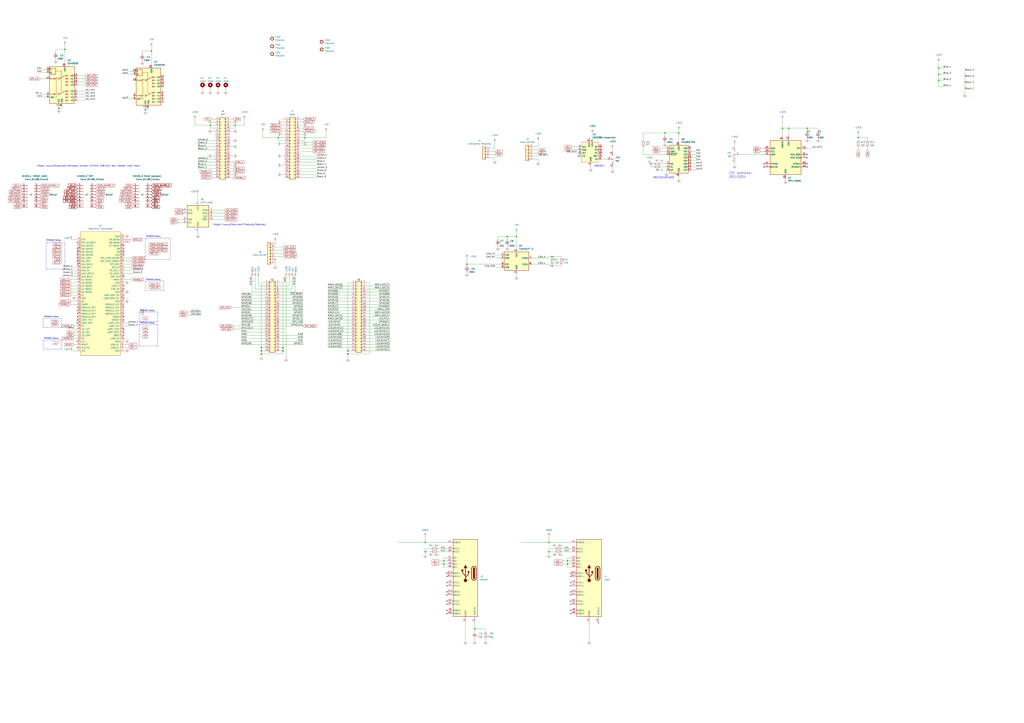
<source format=kicad_sch>
(kicad_sch (version 20211123) (generator eeschema)
  (paper "A1")
  (title_block (date "2023-02-18"))
  (junction (at 232.41 285.75) (diameter 1.016))
  (junction (at 232.41 288.29) (diameter 1.016))
  (junction (at 172.72 102.87))
  (junction (at 450.85 445.77))
  (junction (at 453.39 218.44))
  (junction (at 546.1 109.22))
  (junction (at 285.75 288.29) (diameter 1.016))
  (junction (at 364.49 461.01))
  (junction (at 450.85 453.39))
  (junction (at 53.34 40.64))
  (junction (at 383.54 217.17))
  (junction (at 349.25 445.77))
  (junction (at 119.38 90.17))
  (junction (at 466.09 463.55))
  (junction (at 424.18 194.31))
  (junction (at 193.04 102.87))
  (junction (at 364.49 463.55))
  (junction (at 453.39 210.82))
  (junction (at 770.89 60.96))
  (junction (at 389.89 516.89))
  (junction (at 228.6 113.03))
  (junction (at 416.56 194.31))
  (junction (at 466.09 461.01))
  (junction (at 214.63 290.83) (diameter 1.016))
  (junction (at 557.53 109.22))
  (junction (at 770.89 66.04))
  (junction (at 349.25 453.39))
  (junction (at 704.85 113.03))
  (junction (at 770.89 55.88))
  (junction (at 534.67 134.62))
  (junction (at 250.19 113.03))
  (junction (at 285.75 290.83) (diameter 1.016))
  (junction (at 214.63 288.29) (diameter 1.016))
  (junction (at 48.26 88.9))
  (junction (at 642.62 105.41))
  (junction (at 662.94 105.41))
  (junction (at 124.46 41.91))
  (junction (at 647.7 105.41))
  (junction (at 214.63 285.75) (diameter 1.016))
  (no_connect (at 149.86 175.26))
  (no_connect (at 101.6 237.49))
  (no_connect (at 367.03 471.17))
  (no_connect (at 662.94 134.62))
  (no_connect (at 474.98 128.27))
  (no_connect (at 101.6 260.35))
  (no_connect (at 101.6 227.33))
  (no_connect (at 367.03 496.57))
  (no_connect (at 627.38 134.62))
  (no_connect (at 149.86 172.72))
  (no_connect (at 63.5 280.67))
  (no_connect (at 662.94 127))
  (no_connect (at 468.63 481.33))
  (no_connect (at 226.06 213.36))
  (no_connect (at 468.63 486.41))
  (no_connect (at 367.03 494.03))
  (no_connect (at 494.03 120.65))
  (no_connect (at 101.6 245.11))
  (no_connect (at 63.5 199.39))
  (no_connect (at 63.5 209.55))
  (no_connect (at 494.03 123.19))
  (no_connect (at 367.03 481.33))
  (no_connect (at 367.03 488.95))
  (no_connect (at 468.63 504.19))
  (no_connect (at 468.63 471.17))
  (no_connect (at 662.94 129.54))
  (no_connect (at 468.63 496.57))
  (no_connect (at 63.5 212.09))
  (no_connect (at 101.6 273.05))
  (no_connect (at 468.63 494.03))
  (no_connect (at 101.6 270.51))
  (no_connect (at 101.6 234.95))
  (no_connect (at 101.6 275.59))
  (no_connect (at 63.5 207.01))
  (no_connect (at 468.63 473.71))
  (no_connect (at 101.6 207.01))
  (no_connect (at 491.49 511.81))
  (no_connect (at 367.03 478.79))
  (no_connect (at 63.5 217.17))
  (no_connect (at 63.5 214.63))
  (no_connect (at 101.6 201.93))
  (no_connect (at 367.03 504.19))
  (no_connect (at 101.6 242.57))
  (no_connect (at 468.63 488.95))
  (no_connect (at 627.38 137.16))
  (no_connect (at 101.6 204.47))
  (no_connect (at 494.03 128.27))
  (no_connect (at 367.03 486.41))
  (no_connect (at 494.03 125.73))
  (no_connect (at 101.6 262.89))
  (no_connect (at 101.6 278.13))
  (no_connect (at 63.5 285.75))
  (no_connect (at 662.94 137.16))
  (no_connect (at 63.5 204.47))
  (no_connect (at 63.5 262.89))
  (no_connect (at 468.63 501.65))
  (no_connect (at 468.63 478.79))
  (no_connect (at 101.6 209.55))
  (no_connect (at 367.03 473.71))
  (no_connect (at 483.87 114.3))
  (no_connect (at 63.5 265.43))
  (no_connect (at 367.03 501.65))
  (wire (pts (xy 198.12 283.21) (xy 217.17 283.21)))
  (polyline (pts (xy 119.38 195.58) (xy 119.38 213.36)))
  (wire (pts (xy 462.28 463.55) (xy 466.09 463.55)))
  (wire (pts (xy 231.14 102.87) (xy 233.68 102.87)))
  (wire (pts (xy 214.63 290.83) (xy 214.63 293.37)))
  (wire (pts (xy 58.42 242.57) (xy 63.5 242.57)))
  (wire (pts (xy 101.6 194.31) (xy 102.87 194.31)))
  (wire (pts (xy 441.96 130.81) (xy 441.96 133.35)))
  (wire (pts (xy 300.99 262.89) (xy 320.04 262.89)))
  (wire (pts (xy 300.99 234.95) (xy 320.04 234.95)))
  (wire (pts (xy 246.38 102.87) (xy 248.92 102.87)))
  (wire (pts (xy 662.94 114.3) (xy 662.94 113.03)))
  (wire (pts (xy 300.99 252.73) (xy 320.04 252.73)))
  (wire (pts (xy 53.34 40.64) (xy 53.34 52.07)))
  (wire (pts (xy 228.6 113.03) (xy 233.68 113.03)))
  (wire (pts (xy 198.12 242.57) (xy 217.17 242.57)))
  (wire (pts (xy 534.67 134.62) (xy 537.21 134.62)))
  (wire (pts (xy 406.4 127) (xy 402.59 127)))
  (wire (pts (xy 300.99 273.05) (xy 320.04 273.05)))
  (polyline (pts (xy 35.56 279.4) (xy 50.8 279.4)))
  (wire (pts (xy 349.25 450.85) (xy 354.33 450.85)))
  (wire (pts (xy 450.85 210.82) (xy 453.39 210.82)))
  (wire (pts (xy 406.4 209.55) (xy 411.48 209.55)))
  (wire (pts (xy 226.06 215.9) (xy 226.06 218.44)))
  (wire (pts (xy 63.5 273.05) (xy 60.96 273.05)))
  (wire (pts (xy 242.57 227.33) (xy 242.57 240.03)))
  (wire (pts (xy 105.41 58.42) (xy 109.22 58.42)))
  (wire (pts (xy 232.41 208.28) (xy 226.06 208.28)))
  (wire (pts (xy 105.41 265.43) (xy 101.6 265.43)))
  (wire (pts (xy 461.01 210.82) (xy 461.01 212.09)))
  (wire (pts (xy 704.85 110.49) (xy 704.85 113.03)))
  (wire (pts (xy 198.12 273.05) (xy 217.17 273.05)))
  (wire (pts (xy 300.99 257.81) (xy 320.04 257.81)))
  (polyline (pts (xy 53.34 220.98) (xy 53.34 199.39)))
  (wire (pts (xy 172.72 73.66) (xy 172.72 74.93)))
  (wire (pts (xy 229.87 247.65) (xy 248.92 247.65)))
  (wire (pts (xy 229.87 252.73) (xy 248.92 252.73)))
  (wire (pts (xy 246.38 118.11) (xy 248.92 118.11)))
  (wire (pts (xy 232.41 205.74) (xy 226.06 205.74)))
  (wire (pts (xy 269.24 234.95) (xy 288.29 234.95)))
  (wire (pts (xy 364.49 458.47) (xy 367.03 458.47)))
  (wire (pts (xy 229.87 255.27) (xy 248.92 255.27)))
  (wire (pts (xy 450.85 212.09) (xy 450.85 210.82)))
  (wire (pts (xy 645.16 147.32) (xy 645.16 148.59)))
  (wire (pts (xy 231.14 107.95) (xy 233.68 107.95)))
  (wire (pts (xy 557.53 144.78) (xy 557.53 147.32)))
  (wire (pts (xy 416.56 194.31) (xy 416.56 196.85)))
  (wire (pts (xy 416.56 194.31) (xy 424.18 194.31)))
  (wire (pts (xy 207.01 240.03) (xy 207.01 227.33)))
  (wire (pts (xy 60.96 270.51) (xy 63.5 270.51)))
  (wire (pts (xy 229.87 275.59) (xy 248.92 275.59)))
  (wire (pts (xy 450.85 455.93) (xy 450.85 453.39)))
  (wire (pts (xy 546.1 109.22) (xy 546.1 111.76)))
  (wire (pts (xy 214.63 232.41) (xy 214.63 285.75)))
  (wire (pts (xy 704.85 120.65) (xy 704.85 123.19)))
  (wire (pts (xy 189.23 105.41) (xy 193.04 105.41)))
  (polyline (pts (xy 129.54 284.48) (xy 129.54 266.7)))
  (wire (pts (xy 109.22 224.79) (xy 101.6 224.79)))
  (wire (pts (xy 269.24 275.59) (xy 288.29 275.59)))
  (wire (pts (xy 267.97 107.95) (xy 267.97 113.03)))
  (wire (pts (xy 364.49 458.47) (xy 364.49 461.01)))
  (wire (pts (xy 173.99 146.05) (xy 176.53 146.05)))
  (polyline (pts (xy 114.3 256.54) (xy 129.54 256.54)))
  (wire (pts (xy 360.68 463.55) (xy 364.49 463.55)))
  (wire (pts (xy 671.83 114.3) (xy 671.83 113.03)))
  (polyline (pts (xy 35.56 279.4) (xy 35.56 287.02)))
  (wire (pts (xy 485.14 135.89) (xy 485.14 138.43)))
  (wire (pts (xy 382.27 511.81) (xy 382.27 527.05)))
  (wire (pts (xy 121.92 88.9) (xy 121.92 90.17)))
  (wire (pts (xy 59.69 219.71) (xy 63.5 219.71)))
  (wire (pts (xy 59.69 224.79) (xy 63.5 224.79)))
  (wire (pts (xy 246.38 133.35) (xy 260.35 133.35)))
  (wire (pts (xy 246.38 146.05) (xy 260.35 146.05)))
  (polyline (pts (xy 119.38 231.14) (xy 119.38 238.76)))
  (wire (pts (xy 450.85 450.85) (xy 455.93 450.85)))
  (wire (pts (xy 189.23 107.95) (xy 191.77 107.95)))
  (wire (pts (xy 109.22 222.25) (xy 101.6 222.25)))
  (wire (pts (xy 528.32 115.57) (xy 528.32 109.22)))
  (wire (pts (xy 229.87 267.97) (xy 248.92 267.97)))
  (wire (pts (xy 45.72 48.26) (xy 45.72 49.53)))
  (wire (pts (xy 189.23 120.65) (xy 191.77 120.65)))
  (wire (pts (xy 354.33 453.39) (xy 349.25 453.39)))
  (wire (pts (xy 389.89 516.89) (xy 389.89 511.81)))
  (wire (pts (xy 233.68 115.57) (xy 228.6 115.57)))
  (wire (pts (xy 300.99 283.21) (xy 320.04 283.21)))
  (wire (pts (xy 146.05 180.34) (xy 149.86 180.34)))
  (wire (pts (xy 647.7 105.41) (xy 647.7 111.76)))
  (wire (pts (xy 285.75 232.41) (xy 288.29 232.41)))
  (wire (pts (xy 229.87 234.95) (xy 237.49 234.95)))
  (wire (pts (xy 256.54 121.92) (xy 247.65 121.92)))
  (wire (pts (xy 571.5 137.16) (xy 567.69 137.16)))
  (wire (pts (xy 438.15 128.27) (xy 441.96 128.27)))
  (wire (pts (xy 712.47 120.65) (xy 712.47 123.19)))
  (wire (pts (xy 662.94 105.41) (xy 671.83 105.41)))
  (polyline (pts (xy 35.56 287.02) (xy 50.8 287.02)))
  (wire (pts (xy 60.96 278.13) (xy 63.5 278.13)))
  (wire (pts (xy 256.54 116.84) (xy 247.65 116.84)))
  (wire (pts (xy 450.85 218.44) (xy 453.39 218.44)))
  (wire (pts (xy 269.24 255.27) (xy 288.29 255.27)))
  (wire (pts (xy 300.99 245.11) (xy 320.04 245.11)))
  (wire (pts (xy 116.84 49.53) (xy 116.84 50.8)))
  (wire (pts (xy 160.02 102.87) (xy 172.72 102.87)))
  (wire (pts (xy 229.87 278.13) (xy 248.92 278.13)))
  (wire (pts (xy 162.56 130.81) (xy 176.53 130.81)))
  (wire (pts (xy 303.53 232.41) (xy 303.53 290.83)))
  (wire (pts (xy 69.85 74.93) (xy 63.5 74.93)))
  (wire (pts (xy 607.06 127) (xy 627.38 127)))
  (wire (pts (xy 246.38 107.95) (xy 248.92 107.95)))
  (polyline (pts (xy 38.1 220.98) (xy 53.34 220.98)))
  (wire (pts (xy 642.62 97.79) (xy 642.62 105.41)))
  (wire (pts (xy 198.12 250.19) (xy 217.17 250.19)))
  (wire (pts (xy 166.37 73.66) (xy 166.37 74.93)))
  (wire (pts (xy 59.69 222.25) (xy 63.5 222.25)))
  (wire (pts (xy 198.12 278.13) (xy 217.17 278.13)))
  (wire (pts (xy 450.85 445.77) (xy 468.63 445.77)))
  (wire (pts (xy 229.87 257.81) (xy 248.92 257.81)))
  (wire (pts (xy 250.19 113.03) (xy 267.97 113.03)))
  (wire (pts (xy 770.89 50.8) (xy 770.89 55.88)))
  (wire (pts (xy 300.99 255.27) (xy 320.04 255.27)))
  (wire (pts (xy 360.68 461.01) (xy 364.49 461.01)))
  (wire (pts (xy 189.23 146.05) (xy 191.77 146.05)))
  (wire (pts (xy 406.4 124.46) (xy 402.59 124.46)))
  (wire (pts (xy 571.5 139.7) (xy 567.69 139.7)))
  (wire (pts (xy 246.38 97.79) (xy 248.92 97.79)))
  (wire (pts (xy 666.75 121.92) (xy 662.94 121.92)))
  (wire (pts (xy 436.88 217.17) (xy 450.85 217.17)))
  (wire (pts (xy 269.24 280.67) (xy 288.29 280.67)))
  (wire (pts (xy 172.72 105.41) (xy 172.72 102.87)))
  (wire (pts (xy 105.41 267.97) (xy 101.6 267.97)))
  (wire (pts (xy 285.75 290.83) (xy 303.53 290.83)))
  (polyline (pts (xy 119.38 213.36) (xy 139.7 213.36)))
  (wire (pts (xy 285.75 232.41) (xy 285.75 288.29)))
  (wire (pts (xy 198.12 257.81) (xy 217.17 257.81)))
  (wire (pts (xy 173.99 140.97) (xy 176.53 140.97)))
  (wire (pts (xy 234.95 227.33) (xy 234.95 270.51)))
  (wire (pts (xy 146.05 182.88) (xy 149.86 182.88)))
  (polyline (pts (xy 114.3 284.48) (xy 129.54 284.48)))
  (wire (pts (xy 176.53 128.27) (xy 173.99 128.27)))
  (wire (pts (xy 466.09 463.55) (xy 466.09 466.09)))
  (wire (pts (xy 69.85 64.77) (xy 63.5 64.77)))
  (wire (pts (xy 217.17 240.03) (xy 207.01 240.03)))
  (wire (pts (xy 34.29 77.47) (xy 38.1 77.47)))
  (wire (pts (xy 466.09 458.47) (xy 466.09 461.01)))
  (wire (pts (xy 642.62 105.41) (xy 642.62 111.76)))
  (wire (pts (xy 542.29 124.46) (xy 547.37 124.46)))
  (wire (pts (xy 557.53 106.68) (xy 557.53 109.22)))
  (wire (pts (xy 383.54 223.52) (xy 383.54 224.79)))
  (wire (pts (xy 246.38 143.51) (xy 260.35 143.51)))
  (wire (pts (xy 63.5 245.11) (xy 62.23 245.11)))
  (wire (pts (xy 48.26 88.9) (xy 50.8 88.9)))
  (wire (pts (xy 438.15 120.65) (xy 441.96 120.65)))
  (wire (pts (xy 450.85 440.69) (xy 450.85 445.77)))
  (wire (pts (xy 162.56 120.65) (xy 176.53 120.65)))
  (polyline (pts (xy 139.7 213.36) (xy 139.7 195.58)))
  (wire (pts (xy 185.42 73.66) (xy 185.42 74.93)))
  (wire (pts (xy 116.84 41.91) (xy 124.46 41.91)))
  (wire (pts (xy 642.62 105.41) (xy 647.7 105.41)))
  (wire (pts (xy 603.25 133.35) (xy 603.25 135.89)))
  (wire (pts (xy 232.41 288.29) (xy 232.41 290.83)))
  (polyline (pts (xy 119.38 238.76) (xy 134.62 238.76)))
  (wire (pts (xy 359.41 453.39) (xy 367.03 453.39)))
  (wire (pts (xy 214.63 288.29) (xy 217.17 288.29)))
  (wire (pts (xy 462.28 461.01) (xy 466.09 461.01)))
  (wire (pts (xy 528.32 109.22) (xy 546.1 109.22)))
  (wire (pts (xy 162.56 123.19) (xy 176.53 123.19)))
  (polyline (pts (xy 129.54 264.16) (xy 129.54 256.54)))
  (wire (pts (xy 269.24 247.65) (xy 288.29 247.65)))
  (wire (pts (xy 162.56 138.43) (xy 176.53 138.43)))
  (wire (pts (xy 232.41 285.75) (xy 232.41 288.29)))
  (wire (pts (xy 58.42 234.95) (xy 63.5 234.95)))
  (wire (pts (xy 246.38 138.43) (xy 260.35 138.43)))
  (wire (pts (xy 383.54 217.17) (xy 383.54 218.44)))
  (wire (pts (xy 184.15 172.72) (xy 175.26 172.72)))
  (wire (pts (xy 107.95 214.63) (xy 101.6 214.63)))
  (wire (pts (xy 191.77 270.51) (xy 217.17 270.51)))
  (wire (pts (xy 69.85 82.55) (xy 63.5 82.55)))
  (wire (pts (xy 300.99 240.03) (xy 320.04 240.03)))
  (wire (pts (xy 364.49 461.01) (xy 367.03 461.01)))
  (wire (pts (xy 256.54 124.46) (xy 247.65 124.46)))
  (wire (pts (xy 383.54 212.09) (xy 383.54 217.17)))
  (wire (pts (xy 389.89 524.51) (xy 389.89 527.05)))
  (wire (pts (xy 172.72 102.87) (xy 176.53 102.87)))
  (wire (pts (xy 383.54 217.17) (xy 411.48 217.17)))
  (wire (pts (xy 229.87 232.41) (xy 232.41 232.41)))
  (wire (pts (xy 300.99 260.35) (xy 320.04 260.35)))
  (wire (pts (xy 326.39 445.77) (xy 349.25 445.77)))
  (wire (pts (xy 424.18 190.5) (xy 424.18 194.31)))
  (wire (pts (xy 770.89 66.04) (xy 774.7 66.04)))
  (wire (pts (xy 189.23 143.51) (xy 191.77 143.51)))
  (wire (pts (xy 173.99 143.51) (xy 176.53 143.51)))
  (wire (pts (xy 176.53 105.41) (xy 172.72 105.41)))
  (wire (pts (xy 269.24 245.11) (xy 288.29 245.11)))
  (wire (pts (xy 234.95 273.05) (xy 234.95 294.64)))
  (wire (pts (xy 191.77 267.97) (xy 217.17 267.97)))
  (wire (pts (xy 58.42 250.19) (xy 63.5 250.19)))
  (wire (pts (xy 300.99 237.49) (xy 320.04 237.49)))
  (wire (pts (xy 198.12 262.89) (xy 217.17 262.89)))
  (polyline (pts (xy 114.3 266.7) (xy 129.54 266.7)))
  (wire (pts (xy 198.12 255.27) (xy 217.17 255.27)))
  (wire (pts (xy 453.39 210.82) (xy 453.39 212.09)))
  (wire (pts (xy 217.17 234.95) (xy 212.09 234.95)))
  (wire (pts (xy 246.38 105.41) (xy 248.92 105.41)))
  (wire (pts (xy 191.77 133.35) (xy 189.23 133.35)))
  (wire (pts (xy 190.5 252.73) (xy 217.17 252.73)))
  (wire (pts (xy 502.92 137.16) (xy 502.92 139.7)))
  (wire (pts (xy 105.41 285.75) (xy 101.6 285.75)))
  (wire (pts (xy 269.24 257.81) (xy 288.29 257.81)))
  (wire (pts (xy 406.4 129.54) (xy 406.4 132.08)))
  (wire (pts (xy 189.23 115.57) (xy 191.77 115.57)))
  (wire (pts (xy 269.24 252.73) (xy 288.29 252.73)))
  (wire (pts (xy 189.23 97.79) (xy 191.77 97.79)))
  (wire (pts (xy 233.68 118.11) (xy 231.14 118.11)))
  (wire (pts (xy 217.17 232.41) (xy 214.63 232.41)))
  (wire (pts (xy 269.24 250.19) (xy 288.29 250.19)))
  (wire (pts (xy 162.56 158.75) (xy 162.56 165.1)))
  (wire (pts (xy 232.41 232.41) (xy 232.41 285.75)))
  (wire (pts (xy 107.95 217.17) (xy 101.6 217.17)))
  (wire (pts (xy 246.38 115.57) (xy 250.19 115.57)))
  (wire (pts (xy 349.25 453.39) (xy 349.25 450.85)))
  (wire (pts (xy 424.18 224.79) (xy 424.18 227.33)))
  (wire (pts (xy 502.92 121.92) (xy 502.92 124.46)))
  (wire (pts (xy 424.18 194.31) (xy 424.18 204.47)))
  (wire (pts (xy 69.85 69.85) (xy 63.5 69.85)))
  (wire (pts (xy 300.99 267.97) (xy 320.04 267.97)))
  (wire (pts (xy 627.38 124.46) (xy 624.84 124.46)))
  (wire (pts (xy 389.89 516.89) (xy 398.78 516.89)))
  (wire (pts (xy 547.37 139.7) (xy 547.37 142.24)))
  (wire (pts (xy 246.38 128.27) (xy 260.35 128.27)))
  (wire (pts (xy 229.87 270.51) (xy 234.95 270.51)))
  (wire (pts (xy 770.89 60.96) (xy 774.7 60.96)))
  (wire (pts (xy 408.94 203.2) (xy 408.94 201.93)))
  (wire (pts (xy 212.09 234.95) (xy 212.09 227.33)))
  (wire (pts (xy 176.53 107.95) (xy 173.99 107.95)))
  (wire (pts (xy 571.5 127) (xy 567.69 127)))
  (wire (pts (xy 453.39 218.44) (xy 453.39 217.17)))
  (wire (pts (xy 427.99 445.77) (xy 450.85 445.77)))
  (wire (pts (xy 285.75 288.29) (xy 285.75 290.83)))
  (wire (pts (xy 704.85 113.03) (xy 704.85 115.57)))
  (wire (pts (xy 162.56 135.89) (xy 176.53 135.89)))
  (wire (pts (xy 398.78 516.89) (xy 398.78 519.43)))
  (wire (pts (xy 398.78 524.51) (xy 398.78 527.05)))
  (wire (pts (xy 542.29 121.92) (xy 547.37 121.92)))
  (wire (pts (xy 406.4 212.09) (xy 411.48 212.09)))
  (wire (pts (xy 246.38 113.03) (xy 250.19 113.03)))
  (wire (pts (xy 466.09 461.01) (xy 468.63 461.01)))
  (wire (pts (xy 441.96 115.57) (xy 441.96 120.65)))
  (wire (pts (xy 770.89 55.88) (xy 774.7 55.88)))
  (polyline (pts (xy 119.38 231.14) (xy 134.62 231.14)))
  (wire (pts (xy 349.25 445.77) (xy 367.03 445.77)))
  (wire (pts (xy 229.87 240.03) (xy 242.57 240.03)))
  (wire (pts (xy 406.4 219.71) (xy 411.48 219.71)))
  (wire (pts (xy 461.01 450.85) (xy 468.63 450.85)))
  (wire (pts (xy 438.15 125.73) (xy 441.96 125.73)))
  (wire (pts (xy 105.41 60.96) (xy 109.22 60.96)))
  (wire (pts (xy 438.15 123.19) (xy 441.96 123.19)))
  (wire (pts (xy 69.85 62.23) (xy 63.5 62.23)))
  (wire (pts (xy 229.87 260.35) (xy 248.92 260.35)))
  (wire (pts (xy 231.14 105.41) (xy 233.68 105.41)))
  (wire (pts (xy 285.75 290.83) (xy 285.75 294.64)))
  (wire (pts (xy 486.41 109.22) (xy 486.41 114.3)))
  (wire (pts (xy 233.68 135.89) (xy 231.14 135.89)))
  (wire (pts (xy 571.5 134.62) (xy 567.69 134.62)))
  (wire (pts (xy 53.34 36.83) (xy 53.34 40.64)))
  (wire (pts (xy 229.87 285.75) (xy 232.41 285.75)))
  (wire (pts (xy 153.67 259.08) (xy 165.1 259.08)))
  (wire (pts (xy 184.15 180.34) (xy 175.26 180.34)))
  (wire (pts (xy 461.01 453.39) (xy 468.63 453.39)))
  (polyline (pts (xy 134.62 238.76) (xy 134.62 231.14)))
  (wire (pts (xy 364.49 463.55) (xy 364.49 466.09)))
  (wire (pts (xy 162.56 118.11) (xy 176.53 118.11)))
  (wire (pts (xy 671.83 105.41) (xy 671.83 107.95)))
  (wire (pts (xy 107.95 229.87) (xy 101.6 229.87)))
  (wire (pts (xy 712.47 115.57) (xy 712.47 113.03)))
  (wire (pts (xy 246.38 110.49) (xy 248.92 110.49)))
  (wire (pts (xy 792.48 58.42) (xy 792.48 77.47)))
  (wire (pts (xy 58.42 232.41) (xy 63.5 232.41)))
  (wire (pts (xy 229.87 283.21) (xy 248.92 283.21)))
  (wire (pts (xy 119.38 90.17) (xy 119.38 91.44)))
  (wire (pts (xy 233.68 128.27) (xy 231.14 128.27)))
  (wire (pts (xy 124.46 41.91) (xy 124.46 53.34)))
  (wire (pts (xy 193.04 102.87) (xy 200.66 102.87)))
  (wire (pts (xy 58.42 247.65) (xy 63.5 247.65)))
  (wire (pts (xy 229.87 250.19) (xy 248.92 250.19)))
  (wire (pts (xy 189.23 128.27) (xy 191.77 128.27)))
  (wire (pts (xy 269.24 283.21) (xy 288.29 283.21)))
  (wire (pts (xy 101.6 247.65) (xy 102.87 247.65)))
  (wire (pts (xy 184.15 175.26) (xy 175.26 175.26)))
  (wire (pts (xy 288.29 288.29) (xy 285.75 288.29)))
  (wire (pts (xy 107.95 219.71) (xy 101.6 219.71)))
  (wire (pts (xy 237.49 234.95) (xy 237.49 227.33)))
  (wire (pts (xy 189.23 140.97) (xy 191.77 140.97)))
  (wire (pts (xy 231.14 97.79) (xy 233.68 97.79)))
  (wire (pts (xy 229.87 280.67) (xy 248.92 280.67)))
  (wire (pts (xy 269.24 270.51) (xy 288.29 270.51)))
  (wire (pts (xy 473.71 125.73) (xy 474.98 125.73)))
  (wire (pts (xy 116.84 41.91) (xy 116.84 44.45)))
  (wire (pts (xy 269.24 237.49) (xy 288.29 237.49)))
  (wire (pts (xy 466.09 466.09) (xy 468.63 466.09)))
  (wire (pts (xy 45.72 40.64) (xy 45.72 43.18)))
  (wire (pts (xy 153.67 256.54) (xy 165.1 256.54)))
  (wire (pts (xy 499.11 130.81) (xy 494.03 130.81)))
  (wire (pts (xy 269.24 240.03) (xy 288.29 240.03)))
  (wire (pts (xy 34.29 80.01) (xy 38.1 80.01)))
  (wire (pts (xy 229.87 262.89) (xy 248.92 262.89)))
  (wire (pts (xy 246.38 140.97) (xy 260.35 140.97)))
  (polyline (pts (xy 35.56 269.24) (xy 50.8 269.24)))
  (wire (pts (xy 770.89 71.12) (xy 774.7 71.12)))
  (wire (pts (xy 69.85 80.01) (xy 63.5 80.01)))
  (wire (pts (xy 162.56 115.57) (xy 176.53 115.57)))
  (wire (pts (xy 58.42 288.29) (xy 63.5 288.29)))
  (wire (pts (xy 193.04 105.41) (xy 193.04 102.87)))
  (wire (pts (xy 48.26 88.9) (xy 48.26 90.17)))
  (wire (pts (xy 461.01 218.44) (xy 461.01 217.17)))
  (wire (pts (xy 246.38 130.81) (xy 260.35 130.81)))
  (wire (pts (xy 300.99 288.29) (xy 320.04 288.29)))
  (wire (pts (xy 300.99 265.43) (xy 320.04 265.43)))
  (wire (pts (xy 198.12 245.11) (xy 217.17 245.11)))
  (wire (pts (xy 534.67 137.16) (xy 534.67 134.62)))
  (wire (pts (xy 359.41 450.85) (xy 367.03 450.85)))
  (wire (pts (xy 528.32 127) (xy 528.32 120.65)))
  (wire (pts (xy 214.63 290.83) (xy 214.63 288.29)))
  (wire (pts (xy 189.23 100.33) (xy 191.77 100.33)))
  (polyline (pts (xy 114.3 266.7) (xy 114.3 284.48)))
  (wire (pts (xy 466.09 463.55) (xy 468.63 463.55)))
  (wire (pts (xy 269.24 278.13) (xy 288.29 278.13)))
  (wire (pts (xy 406.4 116.84) (xy 406.4 121.92)))
  (wire (pts (xy 231.14 100.33) (xy 233.68 100.33)))
  (wire (pts (xy 557.53 109.22) (xy 557.53 116.84)))
  (wire (pts (xy 217.17 237.49) (xy 209.55 237.49)))
  (wire (pts (xy 34.29 59.69) (xy 38.1 59.69)))
  (wire (pts (xy 198.12 265.43) (xy 217.17 265.43)))
  (wire (pts (xy 229.87 273.05) (xy 234.95 273.05)))
  (polyline (pts (xy 38.1 199.39) (xy 38.1 220.98)))
  (wire (pts (xy 184.15 177.8) (xy 175.26 177.8)))
  (wire (pts (xy 69.85 77.47) (xy 63.5 77.47)))
  (wire (pts (xy 58.42 237.49) (xy 63.5 237.49)))
  (wire (pts (xy 189.23 135.89) (xy 191.77 135.89)))
  (wire (pts (xy 647.7 105.41) (xy 662.94 105.41)))
  (wire (pts (xy 232.41 210.82) (xy 226.06 210.82)))
  (wire (pts (xy 300.99 270.51) (xy 320.04 270.51)))
  (wire (pts (xy 627.38 121.92) (xy 624.84 121.92)))
  (wire (pts (xy 547.37 127) (xy 528.32 127)))
  (wire (pts (xy 229.87 288.29) (xy 232.41 288.29)))
  (wire (pts (xy 450.85 217.17) (xy 450.85 218.44)))
  (wire (pts (xy 542.29 137.16) (xy 547.37 137.16)))
  (wire (pts (xy 712.47 113.03) (xy 704.85 113.03)))
  (wire (pts (xy 269.24 260.35) (xy 288.29 260.35)))
  (wire (pts (xy 300.99 250.19) (xy 320.04 250.19)))
  (wire (pts (xy 101.6 240.03) (xy 102.87 240.03)))
  (wire (pts (xy 571.5 124.46) (xy 567.69 124.46)))
  (wire (pts (xy 226.06 198.12) (xy 226.06 200.66)))
  (wire (pts (xy 300.99 242.57) (xy 320.04 242.57)))
  (wire (pts (xy 300.99 280.67) (xy 320.04 280.67)))
  (wire (pts (xy 229.87 245.11) (xy 248.92 245.11)))
  (wire (pts (xy 364.49 463.55) (xy 367.03 463.55)))
  (wire (pts (xy 450.85 453.39) (xy 450.85 450.85)))
  (wire (pts (xy 770.89 60.96) (xy 770.89 66.04)))
  (polyline (pts (xy 35.56 261.62) (xy 50.8 261.62)))
  (wire (pts (xy 269.24 242.57) (xy 288.29 242.57)))
  (wire (pts (xy 119.38 90.17) (xy 121.92 90.17)))
  (wire (pts (xy 198.12 280.67) (xy 217.17 280.67)))
  (wire (pts (xy 215.9 107.95) (xy 215.9 113.03)))
  (wire (pts (xy 69.85 67.31) (xy 63.5 67.31)))
  (wire (pts (xy 537.21 137.16) (xy 534.67 137.16)))
  (wire (pts (xy 483.87 511.81) (xy 483.87 527.05)))
  (wire (pts (xy 200.66 97.79) (xy 200.66 102.87)))
  (polyline (pts (xy 50.8 269.24) (xy 50.8 261.62)))
  (wire (pts (xy 198.12 275.59) (xy 217.17 275.59)))
  (wire (pts (xy 603.25 118.11) (xy 603.25 120.65)))
  (wire (pts (xy 162.56 133.35) (xy 176.53 133.35)))
  (wire (pts (xy 455.93 453.39) (xy 450.85 453.39)))
  (wire (pts (xy 533.4 134.62) (xy 534.67 134.62)))
  (wire (pts (xy 33.02 64.77) (xy 38.1 64.77)))
  (wire (pts (xy 546.1 116.84) (xy 546.1 118.11)))
  (wire (pts (xy 269.24 267.97) (xy 288.29 267.97)))
  (wire (pts (xy 416.56 201.93) (xy 416.56 203.2)))
  (wire (pts (xy 662.94 105.41) (xy 662.94 107.95)))
  (wire (pts (xy 105.41 283.21) (xy 101.6 283.21)))
  (wire (pts (xy 60.96 267.97) (xy 63.5 267.97)))
  (wire (pts (xy 58.42 240.03) (xy 63.5 240.03)))
  (wire (pts (xy 256.54 119.38) (xy 247.65 119.38)))
  (polyline (pts (xy 114.3 256.54) (xy 114.3 264.16)))
  (wire (pts (xy 59.69 227.33) (xy 63.5 227.33)))
  (wire (pts (xy 176.53 100.33) (xy 173.99 100.33)))
  (wire (pts (xy 453.39 210.82) (xy 461.01 210.82)))
  (wire (pts (xy 571.5 132.08) (xy 567.69 132.08)))
  (wire (pts (xy 215.9 113.03) (xy 228.6 113.03)))
  (wire (pts (xy 436.88 212.09) (xy 450.85 212.09)))
  (wire (pts (xy 300.99 278.13) (xy 320.04 278.13)))
  (wire (pts (xy 402.59 121.92) (xy 406.4 121.92)))
  (wire (pts (xy 269.24 273.05) (xy 288.29 273.05)))
  (wire (pts (xy 300.99 232.41) (xy 303.53 232.41)))
  (wire (pts (xy 542.29 134.62) (xy 547.37 134.62)))
  (wire (pts (xy 770.89 66.04) (xy 770.89 71.12)))
  (wire (pts (xy 189.23 102.87) (xy 193.04 102.87)))
  (wire (pts (xy 60.96 283.21) (xy 63.5 283.21)))
  (wire (pts (xy 63.5 275.59) (xy 60.96 275.59)))
  (wire (pts (xy 209.55 237.49) (xy 209.55 227.33)))
  (wire (pts (xy 162.56 190.5) (xy 162.56 193.04)))
  (wire (pts (xy 441.96 130.81) (xy 438.15 130.81)))
  (wire (pts (xy 250.19 115.57) (xy 250.19 113.03)))
  (wire (pts (xy 246.38 100.33) (xy 248.92 100.33)))
  (wire (pts (xy 119.38 88.9) (xy 119.38 90.17)))
  (wire (pts (xy 300.99 247.65) (xy 320.04 247.65)))
  (wire (pts (xy 770.89 55.88) (xy 770.89 60.96)))
  (polyline (pts (xy 35.56 261.62) (xy 35.56 269.24)))
  (wire (pts (xy 214.63 288.29) (xy 214.63 285.75)))
  (wire (pts (xy 124.46 38.1) (xy 124.46 41.91)))
  (wire (pts (xy 58.42 229.87) (xy 63.5 229.87)))
  (polyline (pts (xy 119.38 195.58) (xy 139.7 195.58)))
  (wire (pts (xy 233.68 110.49) (xy 231.14 110.49)))
  (wire (pts (xy 176.53 97.79) (xy 173.99 97.79)))
  (wire (pts (xy 246.38 135.89) (xy 260.35 135.89)))
  (wire (pts (xy 229.87 237.49) (xy 240.03 237.49)))
  (wire (pts (xy 198.12 260.35) (xy 217.17 260.35)))
  (wire (pts (xy 160.02 97.79) (xy 160.02 102.87)))
  (wire (pts (xy 45.72 40.64) (xy 53.34 40.64)))
  (wire (pts (xy 229.87 265.43) (xy 248.92 265.43)))
  (wire (pts (xy 469.9 123.19) (xy 474.98 123.19)))
  (wire (pts (xy 349.25 440.69) (xy 349.25 445.77)))
  (polyline (pts (xy 38.1 199.39) (xy 53.34 199.39)))
  (wire (pts (xy 48.26 87.63) (xy 48.26 88.9)))
  (wire (pts (xy 469.9 120.65) (xy 474.98 120.65)))
  (polyline (pts (xy 50.8 287.02) (xy 50.8 279.4)))
  (wire (pts (xy 105.41 81.28) (xy 109.22 81.28)))
  (wire (pts (xy 229.87 242.57) (xy 248.92 242.57)))
  (wire (pts (xy 546.1 109.22) (xy 557.53 109.22)))
  (wire (pts (xy 107.95 196.85) (xy 101.6 196.85)))
  (wire (pts (xy 389.89 516.89) (xy 389.89 519.43)))
  (wire (pts (xy 232.41 203.2) (xy 226.06 203.2)))
  (wire (pts (xy 233.68 143.51) (xy 231.14 143.51)))
  (wire (pts (xy 214.63 285.75) (xy 217.17 285.75)))
  (wire (pts (xy 50.8 87.63) (xy 50.8 88.9)))
  (wire (pts (xy 101.6 280.67) (xy 102.87 280.67)))
  (wire (pts (xy 228.6 115.57) (xy 228.6 113.03)))
  (wire (pts (xy 453.39 218.44) (xy 461.01 218.44)))
  (wire (pts (xy 58.42 196.85) (xy 63.5 196.85)))
  (wire (pts (xy 408.94 194.31) (xy 408.94 196.85)))
  (wire (pts (xy 107.95 212.09) (xy 101.6 212.09)))
  (wire (pts (xy 300.99 275.59) (xy 320.04 275.59)))
  (wire (pts (xy 408.94 194.31) (xy 416.56 194.31)))
  (wire (pts (xy 571.5 129.54) (xy 567.69 129.54)))
  (wire (pts (xy 269.24 262.89) (xy 288.29 262.89)))
  (wire (pts (xy 34.29 57.15) (xy 38.1 57.15)))
  (polyline (pts (xy 114.3 264.16) (xy 129.54 264.16)))
  (wire (pts (xy 189.23 138.43) (xy 191.77 138.43)))
  (wire (pts (xy 269.24 265.43) (xy 288.29 265.43)))
  (wire (pts (xy 179.07 73.66) (xy 179.07 74.93)))
  (wire (pts (xy 240.03 237.49) (xy 240.03 227.33)))
  (wire (pts (xy 300.99 285.75) (xy 320.04 285.75)))
  (wire (pts (xy 466.09 458.47) (xy 468.63 458.47)))
  (wire (pts (xy 406.4 129.54) (xy 402.59 129.54)))
  (wire (pts (xy 364.49 466.09) (xy 367.03 466.09)))
  (wire (pts (xy 198.12 247.65) (xy 217.17 247.65)))
  (wire (pts (xy 214.63 290.83) (xy 232.41 290.83)))
  (wire (pts (xy 349.25 455.93) (xy 349.25 453.39)))
  (wire (pts (xy 101.6 232.41) (xy 102.87 232.41)))
  (wire (pts (xy 269.24 285.75) (xy 288.29 285.75)))
  (wire (pts (xy 101.6 288.29) (xy 102.87 288.29)))
  (text "I2C ardress:\n001100X" (at 598.805 146.685 0) (effects (font (size 2 2)) (justify left bottom)))
  (text "RP2040/Teensy" (at 114.935 255.905 0) (effects (font (size 1 1)) (justify left bottom)))
  (text "100101X" (at 487.68 137.16 0) (effects (font (size 1.27 1.27)) (justify left bottom)))
  (text "RP2040/Teensy" (at 120.015 194.945 0) (effects (font (size 1 1)) (justify left bottom)))
  (text "RP2040/Teensy" (at 36.195 278.765 0) (effects (font (size 1 1)) (justify left bottom)))
  (text "RP2040/Teensy" (at 120.015 230.505 0) (effects (font (size 1 1)) (justify left bottom)))
  (text "0011[A2][A1][A0]" (at 536.575 146.685 0) (effects (font (size 1.27 1.27)) (justify left bottom)))
  (text "https://www.mikroe.com/mikrobus-shuttle-127mm-2x8-pin-box-header-smd-male" (at 30.48 137.16 0) (effects (font (size 1.27 1.27)) (justify left bottom)))
  (text "RP2040/Teensy" (at 114.935 266.065 0) (effects (font (size 1 1)) (justify left bottom)))
  (text "RP2040/Teensy" (at 38.1 198.12 0) (effects (font (size 1 1)) (justify left bottom)))
  (text "https://www.olimex.com/Products/Modules/" (at 175.26 185.42 0) (effects (font (size 1.27 1.27)) (justify left bottom)))
  (text "RP2040/Teensy" (at 36.195 260.985 0) (effects (font (size 1 1)) (justify left bottom)))
  (label "uart1" (at 571.5 134.62 0))
  (label "GPIO[5]" (at 248.92 252.73 180))
  (label "GPIO[7]" (at 248.92 283.21 180))
  (label "GPIO[15]" (at 248.92 260.35 180))
  (label "LCD.DATA[4]" (at 269.24 280.67 0))
  (label "Blue_3" (at 774.7 60.96 0))
  (label "cc2" (at 463.55 453.39 0))
  (label "LCD.DATA[8]" (at 269.24 275.59 0))
  (label "yellow_3" (at 260.35 138.43 0))
  (label "CAN_L" (at 441.96 217.17 0))
  (label "Blue_4" (at 774.7 55.88 0))
  (label "GPIO[4]" (at 198.12 252.73 0))
  (label "GPIO[20]" (at 198.12 283.21 0))
  (label "MMC1.DAT[4]" (at 269.24 260.35 0))
  (label "uart3" (at 105.41 81.28 180))
  (label "CAN_H" (at 441.96 212.09 0))
  (label "Black_2" (at 792.48 68.58 0))
  (label "cc1" (at 463.55 450.85 0))
  (label "INT_1" (at 60.96 270.51 180))
  (label "Black_3" (at 792.48 63.5 0))
  (label "I2C_INT4" (at 69.85 82.55 0))
  (label "I2C_INT2" (at 69.85 77.47 0))
  (label "LCD.VSYNC" (at 269.24 265.43 0))
  (label "LCD.AC_BIAS_E" (at 320.04 267.97 180))
  (label "yellow_1" (at 59.69 222.25 180))
  (label "yellow_2" (at 162.56 115.57 0))
  (label "~{SYS_RESET}" (at 248.92 242.57 180))
  (label "LCD.DATA[6]" (at 269.24 278.13 0))
  (label "uart3" (at 571.5 139.7 0))
  (label "LCD.DATA[14]" (at 269.24 270.51 0))
  (label "VADC" (at 234.95 227.33 270))
  (label "GPIO[68]" (at 320.04 242.57 180))
  (label "GPIO[2]" (at 248.92 257.81 180))
  (label "MMC1.DAT[0]" (at 269.24 262.89 0))
  (label "LCD.DATA[0]" (at 269.24 285.75 0))
  (label "AIN5" (at 248.92 275.59 180))
  (label "uart2" (at 105.41 60.96 180))
  (label "cc2" (at 361.95 453.39 0))
  (label "GPIO[14]" (at 248.92 262.89 180))
  (label "Green_2" (at 109.22 224.79 0))
  (label "Blue_1" (at 774.7 71.12 0))
  (label "SPI1.CS0" (at 248.92 265.43 180))
  (label "GPIO[51]" (at 248.92 250.19 180))
  (label "CS1" (at 34.29 57.15 180))
  (label "PWR_BUT" (at 198.12 242.57 0))
  (label "CS2" (at 34.29 59.69 180))
  (label "I2C_INT3" (at 666.75 121.92 0))
  (label "Blue_2" (at 774.7 66.04 0))
  (label "LCD.DATA[7]" (at 320.04 280.67 180))
  (label "MMC1.DAT[6]" (at 269.24 234.95 0))
  (label "LCD.DATA[10]" (at 320.04 275.59 180))
  (label "AIN1" (at 248.92 280.67 180))
  (label "GPIO[45]" (at 269.24 245.11 0))
  (label "AIN0" (at 198.12 280.67 0))
  (label "AIN3" (at 248.92 278.13 180))
  (label "Black_1" (at 162.56 138.43 0))
  (label "LCD.DATA[13]" (at 269.24 273.05 0))
  (label "AIN2" (at 198.12 278.13 0))
  (label "GPIO[61]" (at 320.04 265.43 180))
  (label "Black_1" (at 792.48 73.66 0))
  (label "Blue_4" (at 260.35 133.35 0))
  (label "LCD.DATA[11]" (at 320.04 273.05 180))
  (label "SPI1.D0" (at 198.12 267.97 0))
  (label "MMC1.DAT[7]" (at 320.04 234.95 180))
  (label "GPIO[65]" (at 320.04 252.73 180))
  (label "I2C2.SDA" (at 165.1 259.08 180))
  (label "yellow_2" (at 109.22 222.25 0))
  (label "Blue_3" (at 260.35 143.51 0))
  (label "yellow_3" (at 59.69 227.33 180))
  (label "GPIO[117]" (at 198.12 262.89 0))
  (label "AIN6" (at 198.12 275.59 0))
  (label "uart1" (at 105.41 58.42 180))
  (label "CAN_STB" (at 406.4 219.71 180))
  (label "I2C_INT2" (at 473.71 125.73 180))
  (label "Green_1" (at 162.56 133.35 0))
  (label "MMC1.DAT[2]" (at 269.24 237.49 0))
  (label "SYS_5V" (at 207.01 227.33 270))
  (label "Green_2" (at 162.56 118.11 0))
  (label "GPIO[22]" (at 269.24 255.27 0))
  (label "LCD.DATA[1]" (at 320.04 288.29 180))
  (label "I2C_INT3" (at 69.85 80.01 0))
  (label "CAN_RX" (at 406.4 212.09 180))
  (label "MMC1.CLK" (at 269.24 257.81 0))
  (label "I2C_INT1" (at 441.96 128.27 0))
  (label "GPIO[3]" (at 198.12 257.81 0))
  (label "CS2" (at 571.5 127 0))
  (label "I2C2.SDA" (at 248.92 255.27 180))
  (label "GPIO[40]" (at 248.92 247.65 180))
  (label "MMC1.DAT[5]" (at 320.04 257.81 180))
  (label "GPIO[31]" (at 198.12 247.65 0))
  (label "GPIO[47]" (at 269.24 250.19 0))
  (label "GPIO[125]" (at 198.12 265.43 0))
  (label "GPIO[48]" (at 198.12 250.19 0))
  (label "GPIO[66]" (at 269.24 240.03 0))
  (label "LCD.DATA[3]" (at 320.04 285.75 180))
  (label "Green_1" (at 59.69 219.71 180))
  (label "GPIO[69]" (at 269.24 242.57 0))
  (label "LCD.HSYNC" (at 269.24 267.97 0))
  (label "CS3" (at 571.5 129.54 0))
  (label "INT_1" (at 34.29 77.47 180))
  (label "uart2" (at 571.5 137.16 0))
  (label "LCD.DATA[5]" (at 320.04 283.21 180))
  (label "Green_3" (at 59.69 224.79 180))
  (label "GPIO[46]" (at 320.04 250.19 180))
  (label "Green_4" (at 260.35 130.81 0))
  (label "cc1" (at 361.95 450.85 0))
  (label "CS3" (at 34.29 80.01 180))
  (label "CS4" (at 571.5 132.08 0))
  (label "GPIO[67]" (at 320.04 240.03 180))
  (label "GPIO[27]" (at 269.24 252.73 0))
  (label "GPIO[23]" (at 269.24 247.65 0))
  (label "AIN4" (at 198.12 273.05 0))
  (label "CAN_TX" (at 406.4 209.55 180))
  (label "Blue_1" (at 162.56 135.89 0))
  (label "LCD.DATA[15]" (at 320.04 270.51 180))
  (label "yellow_4" (at 105.41 265.43 0))
  (label "MMC1.DAT[3]" (at 320.04 237.49 180))
  (label "LCD.PCLK" (at 320.04 262.89 180))
  (label "GPIO[49]" (at 198.12 260.35 0))
  (label "GPIO[30]" (at 198.12 245.11 0))
  (label "Green_3" (at 260.35 140.97 0))
  (label "Black_4" (at 792.48 58.42 0))
  (label "GPIO[60]" (at 248.92 245.11 180))
  (label "MMC1.DAT[1]" (at 320.04 260.35 180))
  (label "Black_3" (at 260.35 146.05 0))
  (label "MMC1.CMD" (at 320.04 255.27 180))
  (label "I2C2.SCL" (at 165.1 256.54 180))
  (label "I2C_INT1" (at 69.85 74.93 0))
  (label "LCD.DATA[9]" (at 320.04 278.13 180))
  (label "SPI1.SCLK" (at 198.12 270.51 0))
  (label "Black_4" (at 260.35 135.89 0))
  (label "yellow_1" (at 162.56 130.81 0))
  (label "yellow_4" (at 260.35 128.27 0))
  (label "GPIO[122]" (at 248.92 267.97 180))
  (label "SYS_5V" (at 242.57 227.33 270))
  (label "Blue_2" (at 162.56 120.65 0))
  (label "I2C2.SCL" (at 198.12 255.27 0))
  (label "GPIO[26]" (at 320.04 247.65 180))
  (label "LCD.DATA[2]" (at 269.24 283.21 0))
  (label "CS1" (at 571.5 124.46 0))
  (label "Green_4" (at 105.41 267.97 0))
  (label "Black_2" (at 162.56 123.19 0))
  (label "GPIO[44]" (at 320.04 245.11 180))
  (global_label "GND" (shape input) (at 63.5 170.18 180) (effects (font (thickness 0.254) bold)) (property "Intersheet References" "${INTERSHEET_REFS}" (effects hide)))
  (global_label "PWMA_1" (shape input) (at 173.99 140.97 180) (property "Intersheet References" "${INTERSHEET_REFS}" (effects hide)))
  (global_label "SPI_MOSI" (shape input) (at 184.15 175.26 0) (property "Intersheet References" "${INTERSHEET_REFS}" (effects hide)))
  (global_label "BIN2_1" (shape input) (at 58.42 242.57 180) (property "Intersheet References" "${INTERSHEET_REFS}" (effects hide)))
  (global_label "PWM_MIKRO_1" (shape input) (at 121.92 200.66 0) (property "Intersheet References" "${INTERSHEET_REFS}" (effects hide)))
  (global_label "SPI_CP4" (shape input) (at 63.5 157.48 180) (effects (font (thickness 0.254) bold)) (property "Intersheet References" "${INTERSHEET_REFS}" (effects hide)))
  (global_label "TXD" (shape input) (at 149.86 172.72 180) (property "Intersheet References" "${INTERSHEET_REFS}" (effects hide)))
  (global_label "AIN1_1" (shape input) (at 58.42 240.03 180) (property "Intersheet References" "${INTERSHEET_REFS}" (effects hide)))
  (global_label "SPI_CS" (shape input) (at 107.95 219.71 0) (property "Intersheet References" "${INTERSHEET_REFS}" (effects hide)))
  (global_label "SPI_CP1" (shape input) (at 69.85 62.23 0) (property "Intersheet References" "${INTERSHEET_REFS}" (effects hide)))
  (global_label "xx" (shape input) (at 116.84 274.32 0) (property "Intersheet References" "${INTERSHEET_REFS}" (effects hide)))
  (global_label "3v3" (shape input) (at 17.78 167.64 180) (property "Intersheet References" "${INTERSHEET_REFS}" (effects hide)))
  (global_label "SCL" (shape input) (at 469.9 120.65 180) (property "Intersheet References" "${INTERSHEET_REFS}" (effects hide)))
  (global_label "SPI_MOSI" (shape input) (at 248.92 267.97 0) (property "Intersheet References" "${INTERSHEET_REFS}" (effects hide)))
  (global_label "AN_1" (shape input) (at 17.78 152.4 180) (property "Intersheet References" "${INTERSHEET_REFS}" (effects hide)))
  (global_label "PWMA_2" (shape input) (at 248.92 107.95 0) (property "Intersheet References" "${INTERSHEET_REFS}" (effects hide)))
  (global_label "PWM_MIKRO_1" (shape input) (at 33.02 152.4 0) (property "Intersheet References" "${INTERSHEET_REFS}" (effects hide)))
  (global_label "xx" (shape input) (at 116.84 269.24 0) (property "Intersheet References" "${INTERSHEET_REFS}" (effects hide)))
  (global_label "SPI_CP2" (shape input) (at 232.41 203.2 0) (property "Intersheet References" "${INTERSHEET_REFS}" (effects hide)))
  (global_label "SCL" (shape input) (at 542.29 121.92 180) (property "Intersheet References" "${INTERSHEET_REFS}" (effects hide)))
  (global_label "STBY_2" (shape input) (at 231.14 105.41 180) (property "Intersheet References" "${INTERSHEET_REFS}" (effects hide)))
  (global_label "PWM_MIKRO_2" (shape input) (at 78.74 152.4 0) (property "Intersheet References" "${INTERSHEET_REFS}" (effects hide)))
  (global_label "xx" (shape input) (at 101.6 198.12 0) (property "Intersheet References" "${INTERSHEET_REFS}" (effects hide)))
  (global_label "xx" (shape input) (at 116.84 271.78 0) (property "Intersheet References" "${INTERSHEET_REFS}" (effects hide)))
  (global_label "GND" (shape input) (at 78.74 170.18 0) (property "Intersheet References" "${INTERSHEET_REFS}" (effects hide)))
  (global_label "SCL" (shape input) (at 441.96 125.73 0) (property "Intersheet References" "${INTERSHEET_REFS}" (effects hide)))
  (global_label "GND" (shape input) (at 124.46 170.18 0) (effects (font (thickness 0.254) bold)) (property "Intersheet References" "${INTERSHEET_REFS}" (effects hide)))
  (global_label "AIN2_2" (shape input) (at 58.42 234.95 180) (property "Intersheet References" "${INTERSHEET_REFS}" (effects hide)))
  (global_label "SPI_SCK" (shape input) (at 191.77 270.51 180) (property "Intersheet References" "${INTERSHEET_REFS}" (effects hide)))
  (global_label "xx" (shape input) (at 116.84 261.62 0) (property "Intersheet References" "${INTERSHEET_REFS}" (effects hide)))
  (global_label "SCL" (shape input) (at 624.84 124.46 180) (property "Intersheet References" "${INTERSHEET_REFS}" (effects hide)))
  (global_label "5V" (shape input) (at 124.46 167.64 0) (effects (font (thickness 0.254) bold)) (property "Intersheet References" "${INTERSHEET_REFS}" (effects hide)))
  (global_label "SCL" (shape input) (at 406.4 124.46 0) (property "Intersheet References" "${INTERSHEET_REFS}" (effects hide)))
  (global_label "TXD?" (shape input) (at 78.74 160.02 0) (property "Intersheet References" "${INTERSHEET_REFS}" (effects hide)))
  (global_label "SCL" (shape input) (at 60.96 273.05 180) (property "Intersheet References" "${INTERSHEET_REFS}" (effects hide)))
  (global_label "INT_3" (shape input) (at 124.46 154.94 0) (effects (font (thickness 0.254) bold)) (property "Intersheet References" "${INTERSHEET_REFS}" (effects hide)))
  (global_label "3v3" (shape input) (at 109.22 167.64 180) (property "Intersheet References" "${INTERSHEET_REFS}" (effects hide)))
  (global_label "SPI_MOSI" (shape input) (at 63.5 165.1 180) (effects (font (thickness 0.254) bold)) (property "Intersheet References" "${INTERSHEET_REFS}" (effects hide)))
  (global_label "SDA" (shape input) (at 469.9 123.19 180) (property "Intersheet References" "${INTERSHEET_REFS}" (effects hide)))
  (global_label "SCL" (shape input) (at 146.05 182.88 180) (property "Intersheet References" "${INTERSHEET_REFS}" (effects hide)))
  (global_label "STBY_1" (shape input) (at 191.77 133.35 0) (property "Intersheet References" "${INTERSHEET_REFS}" (effects hide)))
  (global_label "D2+" (shape bidirectional) (at 462.28 463.55 180) (property "Intersheet References" "${INTERSHEET_REFS}" (effects hide)))
  (global_label "SPI_CP4" (shape input) (at 69.85 69.85 0) (property "Intersheet References" "${INTERSHEET_REFS}" (effects hide)))
  (global_label "CAN_RX" (shape input) (at 121.92 236.22 0) (property "Intersheet References" "${INTERSHEET_REFS}" (effects hide)))
  (global_label "SPI_SCK" (shape input) (at 63.5 160.02 180) (effects (font (thickness 0.254) bold)) (property "Intersheet References" "${INTERSHEET_REFS}" (effects hide)))
  (global_label "D2+" (shape bidirectional) (at 105.41 285.75 0) (property "Intersheet References" "${INTERSHEET_REFS}" (effects hide)))
  (global_label "INT_2" (shape input) (at 50.8 210.82 180) (property "Intersheet References" "${INTERSHEET_REFS}" (effects hide)))
  (global_label "PWMA_2" (shape input) (at 60.96 267.97 180) (property "Intersheet References" "${INTERSHEET_REFS}" (effects hide)))
  (global_label "BIN1_1" (shape input) (at 58.42 247.65 180) (property "Intersheet References" "${INTERSHEET_REFS}" (effects hide)))
  (global_label "AIN2_1" (shape input) (at 58.42 237.49 180) (property "Intersheet References" "${INTERSHEET_REFS}" (effects hide)))
  (global_label "SPI_MISO" (shape input) (at 184.15 172.72 0) (property "Intersheet References" "${INTERSHEET_REFS}" (effects hide)))
  (global_label "PWM_MIKRO_2" (shape input) (at 121.92 203.2 0) (property "Intersheet References" "${INTERSHEET_REFS}" (effects hide)))
  (global_label "SDA" (shape input) (at 33.02 165.1 0) (property "Intersheet References" "${INTERSHEET_REFS}" (effects hide)))
  (global_label "PWMB_2" (shape input) (at 107.95 229.87 0) (property "Intersheet References" "${INTERSHEET_REFS}" (effects hide)))
  (global_label "SPI_MISO" (shape input) (at 256.54 116.84 0) (property "Intersheet References" "${INTERSHEET_REFS}" (effects hide)))
  (global_label "5V" (shape input) (at 33.02 167.64 0) (property "Intersheet References" "${INTERSHEET_REFS}" (effects hide)))
  (global_label "AN3" (shape input) (at 50.8 213.36 180) (property "Intersheet References" "${INTERSHEET_REFS}" (effects hide)))
  (global_label "SCL" (shape input) (at 704.85 123.19 270) (property "Intersheet References" "${INTERSHEET_REFS}" (effects hide)))
  (global_label "BIN2_1" (shape input) (at 191.77 140.97 0) (property "Intersheet References" "${INTERSHEET_REFS}" (effects hide)))
  (global_label "RXD" (shape input) (at 149.86 175.26 180) (property "Intersheet References" "${INTERSHEET_REFS}" (effects hide)))
  (global_label "SPI_MOSI" (shape input) (at 107.95 212.09 0) (property "Intersheet References" "${INTERSHEET_REFS}" (effects hide)))
  (global_label "BIN1_2" (shape input) (at 231.14 102.87 180) (property "Intersheet References" "${INTERSHEET_REFS}" (effects hide)))
  (global_label "BIN1_2" (shape input) (at 58.42 232.41 180) (property "Intersheet References" "${INTERSHEET_REFS}" (effects hide)))
  (global_label "BIN1_1" (shape input) (at 191.77 138.43 0) (property "Intersheet References" "${INTERSHEET_REFS}" (effects hide)))
  (global_label "xx" (shape input) (at 116.84 276.86 0) (property "Intersheet References" "${INTERSHEET_REFS}" (effects hide)))
  (global_label "INT_1" (shape input) (at 50.8 208.28 180) (property "Intersheet References" "${INTERSHEET_REFS}" (effects hide)))
  (global_label "PWMB_2" (shape input) (at 248.92 97.79 0) (property "Intersheet References" "${INTERSHEET_REFS}" (effects hide)))
  (global_label "SCL" (shape input) (at 33.02 162.56 0) (property "Intersheet References" "${INTERSHEET_REFS}" (effects hide)))
  (global_label "SDA" (shape input) (at 191.77 97.79 0) (property "Intersheet References" "${INTERSHEET_REFS}" (effects hide)))
  (global_label "SPI_MISO" (shape input) (at 109.22 162.56 180) (property "Intersheet References" "${INTERSHEET_REFS}" (effects hide)))
  (global_label "SCL" (shape input) (at 173.99 97.79 180) (property "Intersheet References" "${INTERSHEET_REFS}" (effects hide)))
  (global_label "AIN1_2" (shape input) (at 58.42 229.87 180) (property "Intersheet References" "${INTERSHEET_REFS}" (effects hide)))
  (global_label "GND" (shape input) (at 17.78 170.18 180) (property "Intersheet References" "${INTERSHEET_REFS}" (effects hide)))
  (global_label "SCL" (shape input) (at 153.67 256.54 180) (property "Intersheet References" "${INTERSHEET_REFS}" (effects hide)))
  (global_label "RST_1" (shape input) (at 17.78 154.94 180) (property "Intersheet References" "${INTERSHEET_REFS}" (effects hide)))
  (global_label "SPI_MISO" (shape input) (at 63.5 162.56 180) (effects (font (thickness 0.254) bold)) (property "Intersheet References" "${INTERSHEET_REFS}" (effects hide)))
  (global_label "SPI_MISO" (shape input) (at 17.78 162.56 180) (property "Intersheet References" "${INTERSHEET_REFS}" (effects hide)))
  (global_label "SPI_SCK" (shape input) (at 184.15 177.8 0) (property "Intersheet References" "${INTERSHEET_REFS}" (effects hide)))
  (global_label "SPI_CP3" (shape input) (at 109.22 157.48 180) (property "Intersheet References" "${INTERSHEET_REFS}" (effects hide)))
  (global_label "xx" (shape input) (at 116.84 259.08 90) (property "Intersheet References" "${INTERSHEET_REFS}" (effects hide)))
  (global_label "INT_1" (shape input) (at 33.02 154.94 0) (property "Intersheet References" "${INTERSHEET_REFS}" (effects hide)))
  (global_label "TXD?" (shape input) (at 33.02 160.02 0) (property "Intersheet References" "${INTERSHEET_REFS}" (effects hide)))
  (global_label "SPI_CP1" (shape input) (at 256.54 124.46 0) (property "Intersheet References" "${INTERSHEET_REFS}" (effects hide)))
  (global_label "SCL" (shape input) (at 78.74 162.56 0) (property "Intersheet References" "${INTERSHEET_REFS}" (effects hide)))
  (global_label "SPI_SCK" (shape input) (at 109.22 160.02 180) (property "Intersheet References" "${INTERSHEET_REFS}" (effects hide)))
  (global_label "xx" (shape input) (at 48.26 281.94 180) (property "Intersheet References" "${INTERSHEET_REFS}" (effects hide)))
  (global_label "SDA" (shape input) (at 542.29 124.46 180) (property "Intersheet References" "${INTERSHEET_REFS}" (effects hide)))
  (global_label "AIN2_1" (shape input) (at 173.99 143.51 180) (property "Intersheet References" "${INTERSHEET_REFS}" (effects hide)))
  (global_label "SPI_MOSI" (shape input) (at 109.22 165.1 180) (property "Intersheet References" "${INTERSHEET_REFS}" (effects hide)))
  (global_label "3v3" (shape input) (at 63.5 167.64 180) (effects (font (thickness 0.254) bold)) (property "Intersheet References" "${INTERSHEET_REFS}" (effects hide)))
  (global_label "PWMA_1" (shape input) (at 60.96 278.13 180) (property "Intersheet References" "${INTERSHEET_REFS}" (effects hide)))
  (global_label "CAN_TX" (shape input) (at 121.92 233.68 0) (property "Intersheet References" "${INTERSHEET_REFS}" (effects hide)))
  (global_label "AN_2" (shape input) (at 63.5 152.4 180) (effects (font (thickness 0.254) bold)) (property "Intersheet References" "${INTERSHEET_REFS}" (effects hide)))
  (global_label "BIN2_2" (shape input) (at 248.92 100.33 0) (property "Intersheet References" "${INTERSHEET_REFS}" (effects hide)))
  (global_label "TXD" (shape input) (at 48.26 264.16 180) (property "Intersheet References" "${INTERSHEET_REFS}" (effects hide)))
  (global_label "AIN2_2" (shape input) (at 231.14 107.95 180) (property "Intersheet References" "${INTERSHEET_REFS}" (effects hide)))
  (global_label "RST_3" (shape input) (at 121.92 208.28 0) (property "Intersheet References" "${INTERSHEET_REFS}" (effects hide)))
  (global_label "SDA" (shape input) (at 153.67 259.08 180) (property "Intersheet References" "${INTERSHEET_REFS}" (effects hide)))
  (global_label "BIN2_2" (shape input) (at 107.95 196.85 0) (property "Intersheet References" "${INTERSHEET_REFS}" (effects hide)))
  (global_label "SPI_CS" (shape input) (at 33.02 64.77 180) (property "Intersheet References" "${INTERSHEET_REFS}" (effects hide)))
  (global_label "SPI_SCK" (shape input) (at 256.54 121.92 0) (property "Intersheet References" "${INTERSHEET_REFS}" (effects hide)))
  (global_label "RST_2" (shape input) (at 63.5 154.94 180) (effects (font (thickness 0.254) bold)) (property "Intersheet References" "${INTERSHEET_REFS}" (effects hide)))
  (global_label "RXD?" (shape input) (at 33.02 157.48 0) (property "Intersheet References" "${INTERSHEET_REFS}" (effects hide)))
  (global_label "INT_3" (shape input) (at 50.8 215.9 180) (property "Intersheet References" "${INTERSHEET_REFS}" (effects hide)))
  (global_label "PWMB_1" (shape input) (at 58.42 250.19 180) (property "Intersheet References" "${INTERSHEET_REFS}" (effects hide)))
  (global_label "RXD?" (shape input) (at 78.74 157.48 0) (property "Intersheet References" "${INTERSHEET_REFS}" (effects hide)))
  (global_label "D-" (shape bidirectional) (at 360.68 461.01 180) (property "Intersheet References" "${INTERSHEET_REFS}" (effects hide)))
  (global_label "5V" (shape input) (at 78.74 167.64 0) (property "Intersheet References" "${INTERSHEET_REFS}" (effects hide)))
  (global_label "RST_1" (shape input) (at 50.8 205.74 180) (property "Intersheet References" "${INTERSHEET_REFS}" (effects hide)))
  (global_label "SPI_CP1" (shape input) (at 184.15 180.34 0) (property "Intersheet References" "${INTERSHEET_REFS}" (effects hide)))
  (global_label "AIN1_2" (shape input) (at 248.92 105.41 0) (property "Intersheet References" "${INTERSHEET_REFS}" (effects hide)))
  (global_label "GND" (shape input) (at 33.02 170.18 0) (property "Intersheet References" "${INTERSHEET_REFS}" (effects hide)))
  (global_label "SPI_SCK" (shape input) (at 17.78 160.02 180) (property "Intersheet References" "${INTERSHEET_REFS}" (effects hide)))
  (global_label "SDA" (shape input) (at 406.4 127 0) (property "Intersheet References" "${INTERSHEET_REFS}" (effects hide)))
  (global_label "PWMB_1" (shape input) (at 191.77 146.05 0) (property "Intersheet References" "${INTERSHEET_REFS}" (effects hide)))
  (global_label "SDA" (shape input) (at 712.47 123.19 270) (property "Intersheet References" "${INTERSHEET_REFS}" (effects hide)))
  (global_label "SPI_SCK" (shape input) (at 107.95 217.17 0) (property "Intersheet References" "${INTERSHEET_REFS}" (effects hide)))
  (global_label "D+" (shape bidirectional) (at 360.68 463.55 180) (property "Intersheet References" "${INTERSHEET_REFS}" (effects hide)))
  (global_label "SPI_MOSI" (shape input) (at 232.41 208.28 0) (property "Intersheet References" "${INTERSHEET_REFS}" (effects hide)))
  (global_label "GND" (shape input) (at 109.22 170.18 180) (property "Intersheet References" "${INTERSHEET_REFS}" (effects hide)))
  (global_label "PWM_MIKRO_3" (shape input) (at 121.92 205.74 0) (property "Intersheet References" "${INTERSHEET_REFS}" (effects hide)))
  (global_label "SDA" (shape input) (at 624.84 121.92 180) (property "Intersheet References" "${INTERSHEET_REFS}" (effects hide)))
  (global_label "AIN1_1" (shape input) (at 173.99 146.05 180) (property "Intersheet References" "${INTERSHEET_REFS}" (effects hide)))
  (global_label "SDA" (shape input) (at 124.46 165.1 0) (effects (font (thickness 0.254) bold)) (property "Intersheet References" "${INTERSHEET_REFS}" (effects hide)))
  (global_label "D2-" (shape bidirectional) (at 105.41 283.21 0) (property "Intersheet References" "${INTERSHEET_REFS}" (effects hide)))
  (global_label "SDA" (shape input) (at 146.05 180.34 180) (property "Intersheet References" "${INTERSHEET_REFS}" (effects hide)))
  (global_label "RXD" (shape input) (at 48.26 266.7 180) (property "Intersheet References" "${INTERSHEET_REFS}" (effects hide)))
  (global_label "SDA" (shape input) (at 78.74 165.1 0) (property "Intersheet References" "${INTERSHEET_REFS}" (effects hide)))
  (global_label "AN_2" (shape input) (at 50.8 203.2 180) (property "Intersheet References" "${INTERSHEET_REFS}" (effects hide)))
  (global_label "D2-" (shape bidirectional) (at 462.28 461.01 180) (property "Intersheet References" "${INTERSHEET_REFS}" (effects hide)))
  (global_label "SPI_MISO" (shape input) (at 107.95 214.63 0) (property "Intersheet References" "${INTERSHEET_REFS}" (effects hide)))
  (global_label "SPI_SCK" (shape input) (at 232.41 205.74 0) (property "Intersheet References" "${INTERSHEET_REFS}" (effects hide)))
  (global_label "SPI_MISO" (shape input) (at 232.41 210.82 0) (property "Intersheet References" "${INTERSHEET_REFS}" (effects hide)))
  (global_label "SDA" (shape input) (at 60.96 275.59 180) (property "Intersheet References" "${INTERSHEET_REFS}" (effects hide)))
  (global_label "RESET" (shape input) (at 60.96 283.21 180) (property "Intersheet References" "${INTERSHEET_REFS}" (effects hide)))
  (global_label "SPI_MISO" (shape input) (at 191.77 267.97 180) (property "Intersheet References" "${INTERSHEET_REFS}" (effects hide)))
  (global_label "RXD?" (shape input) (at 124.46 157.48 0) (effects (font (thickness 0.254) bold)) (property "Intersheet References" "${INTERSHEET_REFS}" (effects hide)))
  (global_label "INT_2" (shape input) (at 78.74 154.94 0) (property "Intersheet References" "${INTERSHEET_REFS}" (effects hide)))
  (global_label "PWM_MIKRO_3" (shape input) (at 124.46 152.4 0) (effects (font (thickness 0.254) bold)) (property "Intersheet References" "${INTERSHEET_REFS}" (effects hide)))
  (global_label "SPI_CP2" (shape input) (at 190.5 252.73 180) (property "Intersheet References" "${INTERSHEET_REFS}" (effects hide)))
  (global_label "SDA" (shape input) (at 441.96 123.19 0) (property "Intersheet References" "${INTERSHEET_REFS}" (effects hide)))
  (global_label "TXD?" (shape input) (at 124.46 160.02 0) (effects (font (thickness 0.254) bold)) (property "Intersheet References" "${INTERSHEET_REFS}" (effects hide)))
  (global_label "SCL" (shape input) (at 124.46 162.56 0) (effects (font (thickness 0.254) bold)) (property "Intersheet References" "${INTERSHEET_REFS}" (effects hide)))
  (global_label "SPI_CP3" (shape input) (at 17.78 157.48 180) (property "Intersheet References" "${INTERSHEET_REFS}" (effects hide)))
  (global_label "SPI_MOSI" (shape input) (at 256.54 119.38 0) (property "Intersheet References" "${INTERSHEET_REFS}" (effects hide)))
  (global_label "SPI_CP2" (shape input) (at 69.85 64.77 0) (property "Intersheet References" "${INTERSHEET_REFS}" (effects hide)))
  (global_label "RST_3" (shape input) (at 109.22 154.94 180) (property "Intersheet References" "${INTERSHEET_REFS}" (effects hide)))
  (global_label "SPI_MOSI" (shape input) (at 17.78 165.1 180) (property "Intersheet References" "${INTERSHEET_REFS}" (effects hide)))
  (global_label "AN3" (shape input) (at 109.22 152.4 180) (property "Intersheet References" "${INTERSHEET_REFS}" (effects hide)))
  (global_label "SPI_CP3" (shape input) (at 69.85 67.31 0) (property "Intersheet References" "${INTERSHEET_REFS}" (effects hide)))
  (global_label "AN_1" (shape input) (at 50.8 200.66 180) (property "Intersheet References" "${INTERSHEET_REFS}" (effects hide)))
  (symbol (lib_id "power:GND") (at 102.87 194.31 90) (unit 1)
    (property "Reference" "#PWR028" (effects hide))
    (property "Value" "GND" (effects hide))
  )
  (symbol (lib_id "Connector_Generic:Conn_02x20_Odd_Even") (at 181.61 120.65 0) (unit 1)
    (property "Reference" "J6" (at 182.88 91.44 0))
    (property "Value" "left" (at 182.88 93.98 0))
    (property "Footprint" "Connector_PinHeader_2.54mm:PinHeader_2x20_P2.54mm_Vertical" (effects hide))
  )
  (symbol (lib_id "Analog_Switch:CD4052B") (at 50.8 69.85 0) (unit 1)
    (property "Reference" "U3" (at 55.3594 49.53 0) (effects (justify left)))
    (property "Value" "CD4052B" (at 55.3594 52.07 0) (effects (justify left)))
    (property "Footprint" "Package_SO:SOIC-16_3.9x9.9mm_P1.27mm" (effects hide))
    (property "Datasheet" "http://www.ti.com/lit/ds/symlink/cd4052b.pdf" (effects hide))
    (property "LCSC" "C6521" (effects hide))
  )
  (symbol (lib_id "power:GND") (at 416.56 203.2 0) (mirror y) (unit 1)
    (property "Reference" "#PWR0145" (effects hide))
    (property "Value" "GND" (effects hide))
  )
  (symbol (lib_id "power:GND") (at 191.77 115.57 90) (unit 1)
    (property "Reference" "#PWR017" (effects hide))
    (property "Value" "GND" (effects hide))
  )
  (symbol (lib_id "Connector:USB_C_Receptacle") (at 483.87 471.17 0) (mirror y) (unit 1)
    (property "Reference" "J4" (at 495.935 473.7099 0) (effects (justify right)))
    (property "Value" "Input" (at 495.935 476.2499 0) (effects (justify right)))
    (property "Footprint" "Connector_USB:USB_C_Receptacle_HRO_TYPE-C-31-M-12" (effects hide))
    (property "Datasheet" "https://www.usb.org/sites/default/files/documents/usb_type-c.zip" (effects hide))
    (property "LCSC" "C319148" (effects hide))
  )
  (symbol (lib_id "power:+3V3") (at 557.53 106.68 0) (unit 1)
    (property "Reference" "#PWR0129" (effects hide))
    (property "Value" "+3V3" (at 557.53 100.965 0))
  )
  (symbol (lib_id "Connector_Generic:Conn_02x23_Odd_Even") (at 222.25 260.35 0) (unit 1)
    (property "Reference" "P9" (at 223.52 229.87 0))
    (property "Value" "BeagleBone_Black_Header" (effects hide))
    (property "Footprint" "Connector_PinHeader_2.54mm:PinHeader_2x23_P2.54mm_Vertical" (effects hide))
  )
  (symbol (lib_id "power:GND") (at 406.4 132.08 0) (unit 1)
    (property "Reference" "#PWR0109" (effects hide))
    (property "Value" "GND" (effects hide))
  )
  (symbol (lib_id "power:GND") (at 102.87 288.29 90) (unit 1)
    (property "Reference" "#PWR035" (effects hide))
    (property "Value" "GND" (effects hide))
  )
  (symbol (lib_id "Connector:Conn_01x08_Female") (at 68.58 160.02 0) (unit 1)
    (property "Reference" "J?" (at 69.85 160.0199 0) (effects (justify left)))
    (property "Value" "MIKRO_2 TOP" (at 63.5 144.78 0) (effects (justify left)))
  )
  (symbol (lib_id "power:GND") (at 102.87 280.67 90) (unit 1)
    (property "Reference" "#PWR033" (effects hide))
    (property "Value" "GND" (effects hide))
  )
  (symbol (lib_id "power:+3V3") (at 58.42 196.85 0) (unit 1)
    (property "Reference" "#PWR029" (effects hide))
    (property "Value" "+3V3" (at 52.07 195.58 0) (effects (justify left)))
  )
  (symbol (lib_id "power:+3V3") (at 200.66 97.79 0) (unit 1)
    (property "Reference" "#PWR06" (effects hide))
    (property "Value" "+3V3" (at 200.66 92.075 0))
  )
  (symbol (lib_id "power:+3V3") (at 502.92 121.92 0) (unit 1)
    (property "Reference" "#PWR0113" (effects hide))
    (property "Value" "+3V3" (at 502.92 116.205 0))
  )
  (symbol (lib_id "power:GND") (at 173.99 107.95 270) (unit 1)
    (property "Reference" "#PWR011" (effects hide))
    (property "Value" "GND" (effects hide))
  )
  (symbol (lib_id "Connector:USB_C_Receptacle") (at 382.27 471.17 0) (mirror y) (unit 1)
    (property "Reference" "J3" (at 394.335 473.7099 0) (effects (justify right)))
    (property "Value" "Output" (at 394.335 476.2499 0) (effects (justify right)))
    (property "Footprint" "Connector_USB:USB_C_Receptacle_HRO_TYPE-C-31-M-12" (effects hide))
    (property "Datasheet" "https://www.usb.org/sites/default/files/documents/usb_type-c.zip" (effects hide))
    (property "LCSC" "C319148" (effects hide))
  )
  (symbol (lib_id "power:GND") (at 172.72 74.93 0) (unit 1)
    (property "Reference" "#PWR02" (effects hide))
    (property "Value" "GND" (effects hide))
  )
  (symbol (lib_id "power:GND") (at 173.99 128.27 270) (unit 1)
    (property "Reference" "#PWR021" (effects hide))
    (property "Value" "GND" (effects hide))
  )
  (symbol (lib_id "power:GND") (at 557.53 147.32 0) (unit 1)
    (property "Reference" "#PWR0118" (effects hide))
    (property "Value" "GND" (effects hide))
  )
  (symbol (lib_id "power:+5V") (at 124.46 38.1 0) (unit 1)
    (property "Reference" "#PWR?" (effects hide))
    (property "Value" "+5V" (at 124.46 32.385 0))
  )
  (symbol (lib_id "Mechanical:MountingHole_Pad") (at 172.72 71.12 0) (unit 1) (in_bom no)
    (property "Reference" "H2" (at 170.815 64.135 0) (effects (justify left)))
    (property "Value" "Hole" (at 170.815 66.675 0) (effects (justify left)))
    (property "Footprint" "MountingHole:MountingHole_4.3mm_M4_DIN965_Pad_TopBottom" (effects hide))
  )
  (symbol (lib_id "power:GND") (at 231.14 100.33 270) (unit 1)
    (property "Reference" "#PWR09" (effects hide))
    (property "Value" "GND" (effects hide))
  )
  (symbol (lib_id "power:GND") (at 424.18 227.33 0) (unit 1)
    (property "Reference" "#PWR0146" (effects hide))
    (property "Value" "GND" (effects hide))
  )
  (symbol (lib_id "Device:C_Small") (at 408.94 199.39 0) (unit 1)
    (property "Reference" "C7" (at 410.845 198.12 0) (effects (justify left)))
    (property "Value" "22u" (at 410.21 201.93 0) (effects (justify left)))
    (property "Footprint" "Capacitor_SMD:C_0805_2012Metric" (effects hide))
    (property "LCSC" "C45783" (effects hide))
  )
  (symbol (lib_id "Connector_Generic:Conn_02x23_Odd_Even") (at 293.37 260.35 0) (unit 1)
    (property "Reference" "P8" (at 294.64 229.87 0))
    (property "Value" "BeagleBone_Black_Header" (effects hide))
    (property "Footprint" "Connector_PinHeader_2.54mm:PinHeader_2x23_P2.54mm_Vertical" (effects hide))
  )
  (symbol (lib_id "power:GND") (at 234.95 294.64 0) (unit 1)
    (property "Reference" "#PWR0132" (effects hide))
    (property "Value" "GND" (effects hide))
  )
  (symbol (lib_id "power:+3V3") (at 226.06 198.12 0) (unit 1)
    (property "Reference" "#PWR036" (effects hide))
    (property "Value" "+3V3" (at 226.06 192.405 0))
  )
  (symbol (lib_id "power:GND") (at 546.1 118.11 0) (mirror y) (unit 1)
    (property "Reference" "#PWR0119" (effects hide))
    (property "Value" "GND" (effects hide))
  )
  (symbol (lib_id "Analog_Switch:CD4052B") (at 121.92 71.12 0) (unit 1)
    (property "Reference" "U?" (at 126.4794 50.8 0) (effects (justify left)))
    (property "Value" "CD4052B" (at 126.4794 53.34 0) (effects (justify left)))
    (property "Footprint" "Package_SO:SOIC-16_3.9x9.9mm_P1.27mm" (effects hide))
    (property "Datasheet" "http://www.ti.com/lit/ds/symlink/cd4052b.pdf" (effects hide))
    (property "LCSC" "C6521" (effects hide))
  )
  (symbol (lib_id "power:GND") (at 102.87 232.41 90) (unit 1)
    (property "Reference" "#PWR030" (effects hide))
    (property "Value" "GND" (effects hide))
  )
  (symbol (lib_id "power:GND") (at 185.42 74.93 0) (unit 1)
    (property "Reference" "#PWR04" (effects hide))
    (property "Value" "GND" (effects hide))
  )
  (symbol (lib_id "Device:C_Small") (at 662.94 110.49 0) (unit 1)
    (property "Reference" "C1" (at 662.94 107.95 0) (effects (justify left)))
    (property "Value" "100n" (at 662.94 113.03 0) (effects (justify left)))
    (property "Footprint" "Capacitor_SMD:C_0603_1608Metric" (effects hide))
    (property "LCSC" "C14663" (effects hide))
  )
  (symbol (lib_id "Device:R_Small") (at 398.78 521.97 0) (mirror x) (unit 1)
    (property "Reference" "R9" (at 405.13 520.7 0) (effects (justify right)))
    (property "Value" "1Meg" (at 405.13 523.24 0) (effects (justify right)))
    (property "Footprint" "Resistor_SMD:R_0603_1608Metric_Pad0.98x0.95mm_HandSolder" (effects hide))
    (property "LCSC" "C22935" (effects hide))
  )
  (symbol (lib_id "Jumper:Jumper_3_Bridged12") (at 502.92 130.81 270) (mirror x) (unit 1) (in_bom no)
    (property "Reference" "JP2" (at 505.46 129.5399 90) (effects (justify left)))
    (property "Value" "set" (at 505.46 132.0799 90) (effects (justify left)))
    (property "Footprint" "Jumper:SolderJumper-3_P1.3mm_Bridged12_Pad1.0x1.5mm" (effects hide))
  )
  (symbol (lib_id "power:+5V") (at 240.03 227.33 0) (unit 1)
    (property "Reference" "#PWR0135" (effects hide))
    (property "Value" "+5V" (at 240.411 224.282 90) (effects (justify left)))
  )
  (symbol (lib_id "Device:C_Small") (at 546.1 114.3 0) (mirror y) (unit 1)
    (property "Reference" "C4" (at 552.45 114.3 0) (effects (justify left)))
    (property "Value" "100n" (at 552.45 116.84 0) (effects (justify left)))
    (property "Footprint" "Capacitor_SMD:C_0603_1608Metric_Pad1.08x0.95mm_HandSolder" (effects hide))
    (property "LCSC" "C14663" (effects hide))
  )
  (symbol (lib_id "power:+5V") (at 424.18 190.5 0) (unit 1)
    (property "Reference" "#PWR0144" (effects hide))
    (property "Value" "+5V" (at 424.18 184.785 0))
  )
  (symbol (lib_id "power:+3V3") (at 486.41 109.22 0) (unit 1)
    (property "Reference" "#PWR0115" (effects hide))
    (property "Value" "+3V3" (at 486.41 103.505 0))
  )
  (symbol (lib_id "Connector:UEXT_Host") (at 162.56 177.8 0) (unit 1)
    (property "Reference" "J8" (at 164.5794 163.83 0) (effects (justify left)))
    (property "Value" "UEXT_Host" (at 164.5794 166.37 0) (effects (justify left)))
    (property "Datasheet" "https://www.olimex.com/Products/Modules/UEXT/resources/UEXT_rev_B.pdf" (effects hide))
  )
  (symbol (lib_id "Jumper:Jumper_3_Bridged12") (at 603.25 127 90) (unit 1) (in_bom no)
    (property "Reference" "JP1" (at 600.71 125.7299 90) (effects (justify left)))
    (property "Value" "set" (at 600.71 128.2699 90) (effects (justify left)))
    (property "Footprint" "Jumper:SolderJumper-3_P1.3mm_Bridged12_Pad1.0x1.5mm" (effects hide))
  )
  (symbol (lib_id "Device:R_Small") (at 712.47 118.11 0) (unit 1)
    (property "Reference" "R11" (at 714.375 116.84 0) (effects (justify left)))
    (property "Value" "10k" (at 714.375 119.38 0) (effects (justify left)))
    (property "Footprint" "Resistor_SMD:R_0603_1608Metric" (effects hide))
    (property "LCSC" "C25804" (effects hide))
  )
  (symbol (lib_id "power:GND") (at 191.77 143.51 90) (unit 1)
    (property "Reference" "#PWR026" (effects hide))
    (property "Value" "GND" (effects hide))
  )
  (symbol (lib_id "Device:C_Small") (at 116.84 46.99 0) (mirror y) (unit 1)
    (property "Reference" "C?" (at 123.19 46.99 0) (effects (justify left)))
    (property "Value" "100n" (at 123.19 49.53 0) (effects (justify left)))
    (property "Footprint" "Capacitor_SMD:C_0603_1608Metric_Pad1.08x0.95mm_HandSolder" (effects hide))
    (property "LCSC" "C14663" (effects hide))
  )
  (symbol (lib_id "power:GND") (at 119.38 91.44 0) (mirror y) (unit 1)
    (property "Reference" "#PWR?" (effects hide))
    (property "Value" "GND" (effects hide))
  )
  (symbol (lib_id "Sensor_Motion:MPU-6050") (at 645.16 129.54 0) (unit 1)
    (property "Reference" "U2" (at 647.1794 146.05 0) (effects (justify left)))
    (property "Value" "MPU-6050" (at 647.1794 148.59 0) (effects (justify left)))
    (property "Footprint" "Sensor_Motion:InvenSense_QFN-24_4x4mm_P0.5mm" (effects hide))
    (property "Datasheet" "https://store.invensense.com/datasheets/invensense/MPU-6050_DataSheet_V3%204.pdf" (effects hide))
    (property "LCSC" "C50278" (effects hide))
  )
  (symbol (lib_id "power:+3.3V") (at 237.49 227.33 0) (unit 1)
    (property "Reference" "#PWR0137" (effects hide))
    (property "Value" "+3V3" (at 237.8456 224.282 90) (effects (justify left)))
  )
  (symbol (lib_id "Mechanical:Fiducial") (at 223.52 44.45 0) (unit 1) (in_bom no)
    (property "Reference" "FID1" (at 226.06 43.1799 0) (effects (justify left)))
    (property "Value" "Fiducial" (at 226.06 45.7199 0) (effects (justify left)))
    (property "Footprint" "Z_mycustom_footprint_lib:AI-64" (effects hide))
  )
  (symbol (lib_id "power:+3V3") (at 406.4 116.84 0) (unit 1)
    (property "Reference" "#PWR0110" (effects hide))
    (property "Value" "+3V3" (at 406.4 111.125 0))
  )
  (symbol (lib_id "power:+5V") (at 267.97 107.95 0) (unit 1)
    (property "Reference" "#PWR014" (effects hide))
    (property "Value" "+5V" (at 267.97 102.235 0))
  )
  (symbol (lib_id "power:GND") (at 62.23 245.11 270) (unit 1)
    (property "Reference" "#PWR032" (effects hide))
    (property "Value" "GND" (effects hide))
  )
  (symbol (lib_id "power:GND") (at 191.77 100.33 90) (unit 1)
    (property "Reference" "#PWR08" (effects hide))
    (property "Value" "GND" (effects hide))
  )
  (symbol (lib_id "power:GND") (at 441.96 133.35 0) (unit 1)
    (property "Reference" "#PWR0101" (effects hide))
    (property "Value" "GND" (effects hide))
  )
  (symbol (lib_id "power:GND") (at 226.06 218.44 0) (unit 1)
    (property "Reference" "#PWR037" (effects hide))
    (property "Value" "GND" (effects hide))
  )
  (symbol (lib_id "Connector:Conn_01x08_Female") (at 33.02 160.02 0) (unit 1)
    (property "Reference" "Mikro1" (at 40.64 160.02 0) (effects (justify left)))
    (property "Value" "Conn_01x08_Female" (at 20.32 147.32 0) (effects (justify left)))
  )
  (symbol (lib_id "power:GND") (at 231.14 118.11 270) (unit 1)
    (property "Reference" "#PWR018" (effects hide))
    (property "Value" "GND" (effects hide))
  )
  (symbol (lib_id "power:GND") (at 166.37 74.93 0) (unit 1)
    (property "Reference" "#PWR01" (effects hide))
    (property "Value" "GND" (effects hide))
  )
  (symbol (lib_id "power:GND") (at 214.63 293.37 0) (unit 1)
    (property "Reference" "#PWR0131" (effects hide))
    (property "Value" "GND" (effects hide))
  )
  (symbol (lib_id "Device:R_Small") (at 356.87 453.39 270) (mirror x) (unit 1)
    (property "Reference" "R5" (at 352.425 455.93 90) (effects (justify left)))
    (property "Value" "5k1" (at 356.87 455.93 90) (effects (justify left)))
    (property "Footprint" "Resistor_SMD:R_0603_1608Metric_Pad0.98x0.95mm_HandSolder" (effects hide))
    (property "LCSC" "C23186" (effects hide))
  )
  (symbol (lib_id "Connector_Generic:Conn_01x05") (at 433.07 125.73 180) (unit 1)
    (property "Reference" "J2" (at 433.07 114.3 0))
    (property "Value" "Conn_01x05" (at 433.07 116.84 0))
    (property "Footprint" "Connector_PinHeader_2.54mm:PinHeader_1x05_P2.54mm_Vertical" (effects hide))
  )
  (symbol (lib_id "power:GND") (at 248.92 118.11 90) (unit 1)
    (property "Reference" "#PWR019" (effects hide))
    (property "Value" "GND" (effects hide))
  )
  (symbol (lib_id "power:+3V3") (at 162.56 158.75 0) (unit 1)
    (property "Reference" "#PWR0148" (effects hide))
    (property "Value" "+3V3" (at 156.21 157.48 0) (effects (justify left)))
  )
  (symbol (lib_id "Interface_CAN_LIN:TJA1042T-3") (at 424.18 214.63 0) (unit 1)
    (property "Reference" "U5" (at 426.1994 201.93 0) (effects (justify left)))
    (property "Value" "TJA1042T-3" (at 426.1994 204.47 0) (effects (justify left)))
    (property "Footprint" "Package_SO:SOIC-8_3.9x4.9mm_P1.27mm" (effects hide))
    (property "Datasheet" "https://jlcpcb.com/partdetail/NxpSemicon-TJA1044GT3Z/C961486" (effects hide))
    (property "LCSC" "C961486" (effects hide))
  )
  (symbol (lib_id "power:GND") (at 116.84 50.8 0) (mirror y) (unit 1)
    (property "Reference" "#PWR?" (effects hide))
    (property "Value" "GND" (effects hide))
  )
  (symbol (lib_id "power:VBUS") (at 242.57 227.33 0) (unit 1)
    (property "Reference" "#PWR0133" (effects hide))
    (property "Value" "VBUS" (at 242.951 224.282 90) (effects (justify left)))
  )
  (symbol (lib_id "power:GND") (at 191.77 120.65 90) (unit 1)
    (property "Reference" "#PWR020" (effects hide))
    (property "Value" "GND" (effects hide))
  )
  (symbol (lib_id "power:+3V3") (at 441.96 115.57 0) (unit 1)
    (property "Reference" "#PWR0102" (effects hide))
    (property "Value" "+3V3" (at 441.96 109.855 0))
  )
  (symbol (lib_id "Device:R_Small") (at 539.75 137.16 270) (unit 1)
    (property "Reference" "R8" (at 538.48 139.7 90) (effects (justify left)))
    (property "Value" "1k" (at 542.29 139.7 90) (effects (justify left)))
    (property "Footprint" "Resistor_SMD:R_0603_1608Metric_Pad0.98x0.95mm_HandSolder" (effects hide))
    (property "LCSC" "C21190" (effects hide))
  )
  (symbol (lib_id "Mechanical:MountingHole_Pad") (at 185.42 71.12 0) (unit 1) (in_bom no)
    (property "Reference" "H4" (at 183.515 64.135 0) (effects (justify left)))
    (property "Value" "Hole" (at 183.515 66.675 0) (effects (justify left)))
    (property "Footprint" "MountingHole:MountingHole_4.3mm_M4_DIN965_Pad_TopBottom" (effects hide))
  )
  (symbol (lib_id "Connector:Conn_01x08_Female") (at 124.46 160.02 0) (unit 1)
    (property "Reference" "Mikro?" (at 132.08 160.02 0) (effects (justify left)))
    (property "Value" "Conn_01x08_Female" (at 111.76 147.32 0) (effects (justify left)))
  )
  (symbol (lib_id "power:GND") (at 603.25 135.89 0) (unit 1)
    (property "Reference" "#PWR0103" (effects hide))
    (property "Value" "GND" (effects hide))
  )
  (symbol (lib_id "Device:R_Small") (at 458.47 450.85 270) (unit 1)
    (property "Reference" "R4" (at 454.025 448.31 90) (effects (justify left)))
    (property "Value" "5k1" (at 458.47 448.31 90) (effects (justify left)))
    (property "Footprint" "Resistor_SMD:R_0603_1608Metric_Pad0.98x0.95mm_HandSolder" (effects hide))
    (property "LCSC" "C23186" (effects hide))
  )
  (symbol (lib_id "power:GND") (at 191.77 107.95 90) (unit 1)
    (property "Reference" "#PWR012" (effects hide))
    (property "Value" "GND" (effects hide))
  )
  (symbol (lib_id "power:VBUS") (at 349.25 440.69 0) (mirror y) (unit 1)
    (property "Reference" "#PWR0124" (effects hide))
    (property "Value" "VBUS" (at 349.25 435.61 0))
  )
  (symbol (lib_id "power:+5V") (at 215.9 107.95 0) (unit 1)
    (property "Reference" "#PWR013" (effects hide))
    (property "Value" "+5V" (at 215.9 102.235 0))
  )
  (symbol (lib_id "power:GND") (at 547.37 142.24 0) (unit 1)
    (property "Reference" "#PWR0117" (effects hide))
    (property "Value" "GND" (effects hide))
  )
  (symbol (lib_id "Device:R_Small") (at 704.85 118.11 0) (unit 1)
    (property "Reference" "R10" (at 706.755 116.84 0) (effects (justify left)))
    (property "Value" "10k" (at 706.755 119.38 0) (effects (justify left)))
    (property "Footprint" "Resistor_SMD:R_0603_1608Metric" (effects hide))
    (property "LCSC" "C25804" (effects hide))
  )
  (symbol (lib_id "Device:C_Small") (at 45.72 45.72 0) (mirror y) (unit 1)
    (property "Reference" "C3" (at 52.07 45.72 0) (effects (justify left)))
    (property "Value" "100n" (at 52.07 48.26 0) (effects (justify left)))
    (property "Footprint" "Capacitor_SMD:C_0603_1608Metric_Pad1.08x0.95mm_HandSolder" (effects hide))
    (property "LCSC" "C14663" (effects hide))
  )
  (symbol (lib_id "power:GND") (at 382.27 527.05 0) (unit 1)
    (property "Reference" "#PWR0127" (effects hide))
    (property "Value" "GND" (effects hide))
  )
  (symbol (lib_id "power:GND") (at 248.92 110.49 90) (unit 1)
    (property "Reference" "#PWR016" (effects hide))
    (property "Value" "GND" (effects hide))
  )
  (symbol (lib_id "Device:R_Small") (at 528.32 118.11 0) (unit 1)
    (property "Reference" "R2" (at 530.86 116.84 0) (effects (justify left)))
    (property "Value" "2k7" (at 530.225 118.745 0) (effects (justify left)))
    (property "Footprint" "Resistor_SMD:R_0603_1608Metric_Pad0.98x0.95mm_HandSolder" (effects hide))
    (property "Datasheet" "https://jlcpcb.com/partdetail/13814-0603WAF2701T5E/C13167" (effects hide))
    (property "LCSC" "C13167" (effects hide))
  )
  (symbol (lib_id "power:GND") (at 191.77 128.27 90) (unit 1)
    (property "Reference" "#PWR022" (effects hide))
    (property "Value" "GND" (effects hide))
  )
  (symbol (lib_id "power:+3V3") (at 704.85 110.49 0) (unit 1)
    (property "Reference" "#PWR0141" (effects hide))
    (property "Value" "+3V3" (at 704.85 104.775 0))
  )
  (symbol (lib_id "Connector:Conn_01x08_Female") (at 78.74 160.02 0) (unit 1)
    (property "Reference" "Mikro?" (at 86.36 160.02 0) (effects (justify left)))
    (property "Value" "Conn_01x08_Female" (at 66.04 147.32 0) (effects (justify left)))
  )
  (symbol (lib_id "power:GND") (at 450.85 455.93 0) (unit 1)
    (property "Reference" "#PWR0123" (effects hide))
    (property "Value" "GND" (effects hide))
  )
  (symbol (lib_id "power:GND") (at 191.77 135.89 90) (unit 1)
    (property "Reference" "#PWR024" (effects hide))
    (property "Value" "GND" (effects hide))
  )
  (symbol (lib_id "Mechanical:Fiducial") (at 264.16 40.64 0) (unit 1) (in_bom no)
    (property "Reference" "FID5" (at 266.7 39.3699 0) (effects (justify left)))
    (property "Value" "Fiducial" (at 266.7 41.9099 0) (effects (justify left)))
  )
  (symbol (lib_id "My_custom_lib:BNO085-breackout") (at 485.14 124.46 0) (unit 1)
    (property "Reference" "U4" (at 487.045 110.49 0) (effects (justify left)))
    (property "Value" "BNO085-breackout" (at 487.045 113.03 0) (effects (justify left)))
    (property "Footprint" "Z_mycustom_footprint_lib:BNO085-breackout" (effects hide))
  )
  (symbol (lib_id "Connector:Conn_01x08_Female") (at 22.86 160.02 0) (unit 1)
    (property "Reference" "J?" (at 24.13 160.0199 0) (effects (justify left)))
    (property "Value" "MIKRO_1 FRONT (left)" (at 17.78 144.78 0) (effects (justify left)))
  )
  (symbol (lib_id "power:+3V3") (at 383.54 212.09 0) (unit 1)
    (property "Reference" "#PWR0142" (effects hide))
    (property "Value" "+3V3" (at 386.08 210.8199 0) (effects (justify left)))
  )
  (symbol (lib_id "Connector_Generic:Conn_01x04") (at 397.51 127 180) (unit 1)
    (property "Reference" "J1" (at 393.7 115.57 0))
    (property "Value" " Ultrasonic Ranging" (at 393.7 118.11 0))
    (property "Footprint" "Connector_PinHeader_2.54mm:PinHeader_1x04_P2.54mm_Vertical" (effects hide))
  )
  (symbol (lib_id "power:+3V3") (at 58.42 288.29 0) (unit 1)
    (property "Reference" "#PWR034" (effects hide))
    (property "Value" "+3V3" (at 52.07 287.02 0) (effects (justify left)))
  )
  (symbol (lib_id "Device:C_Small") (at 671.83 110.49 0) (unit 1)
    (property "Reference" "C2" (at 671.83 107.95 0) (effects (justify left)))
    (property "Value" "100n" (at 671.83 113.03 0) (effects (justify left)))
    (property "Footprint" "Capacitor_SMD:C_0603_1608Metric" (effects hide))
    (property "LCSC" "C14663" (effects hide))
  )
  (symbol (lib_id "power:+3V3") (at 533.4 134.62 0) (unit 1)
    (property "Reference" "#PWR0116" (effects hide))
    (property "Value" "+3V3" (at 533.4 129.54 0))
  )
  (symbol (lib_id "power:GND") (at 398.78 527.05 0) (unit 1)
    (property "Reference" "#PWR0125" (effects hide))
    (property "Value" "GND" (effects hide))
  )
  (symbol (lib_id "power:GND") (at 502.92 139.7 0) (mirror y) (unit 1)
    (property "Reference" "#PWR0112" (effects hide))
    (property "Value" "GND" (effects hide))
  )
  (symbol (lib_id "power:+3V3") (at 642.62 97.79 0) (unit 1)
    (property "Reference" "#PWR0111" (effects hide))
    (property "Value" "+3V3" (at 642.62 92.075 0))
  )
  (symbol (lib_id "Device:C_Small") (at 389.89 521.97 0) (mirror y) (unit 1)
    (property "Reference" "C5" (at 396.24 520.7 0) (effects (justify left)))
    (property "Value" "15p" (at 396.24 523.24 0) (effects (justify left)))
    (property "Footprint" "Capacitor_SMD:C_0603_1608Metric_Pad1.08x0.95mm_HandSolder" (effects hide))
    (property "LCSC" "C1644" (effects hide))
  )
  (symbol (lib_id "power:+1V8") (at 234.95 227.33 0) (unit 1)
    (property "Reference" "#PWR0139" (effects hide))
    (property "Value" "+1V8" (at 235.3056 224.282 90) (effects (justify left)))
  )
  (symbol (lib_id "power:GND") (at 173.99 100.33 270) (unit 1)
    (property "Reference" "#PWR07" (effects hide))
    (property "Value" "GND" (effects hide))
  )
  (symbol (lib_id "power:GND") (at 231.14 135.89 270) (unit 1)
    (property "Reference" "#PWR025" (effects hide))
    (property "Value" "GND" (effects hide))
  )
  (symbol (lib_id "Mechanical:Fiducial") (at 223.52 38.1 0) (unit 1) (in_bom no)
    (property "Reference" "FID4" (at 226.06 36.8299 0) (effects (justify left)))
    (property "Value" "Fiducial" (at 226.06 39.3699 0) (effects (justify left)))
    (property "Footprint" "Z_mycustom_footprint_lib:RPI4B-mechanical" (effects hide))
  )
  (symbol (lib_id "power:+3V3") (at 770.89 50.8 0) (unit 1)
    (property "Reference" "#PWR0128" (effects hide))
    (property "Value" "+3V3" (at 770.89 45.085 0))
  )
  (symbol (lib_id "Mechanical:MountingHole_Pad") (at 179.07 71.12 0) (unit 1) (in_bom no)
    (property "Reference" "H3" (at 177.165 64.135 0) (effects (justify left)))
    (property "Value" "Hole" (at 177.165 66.675 0) (effects (justify left)))
    (property "Footprint" "MountingHole:MountingHole_4.3mm_M4_DIN965_Pad_TopBottom" (effects hide))
  )
  (symbol (lib_id "Device:R_Small") (at 458.47 453.39 270) (mirror x) (unit 1)
    (property "Reference" "R6" (at 454.025 455.93 90) (effects (justify left)))
    (property "Value" "5k1" (at 458.47 455.93 90) (effects (justify left)))
    (property "Footprint" "Resistor_SMD:R_0603_1608Metric_Pad0.98x0.95mm_HandSolder" (effects hide))
    (property "LCSC" "C23186" (effects hide))
  )
  (symbol (lib_id "power:GND") (at 231.14 128.27 270) (unit 1)
    (property "Reference" "#PWR023" (effects hide))
    (property "Value" "GND" (effects hide))
  )
  (symbol (lib_id "power:GND") (at 671.83 114.3 0) (unit 1)
    (property "Reference" "#PWR0107" (effects hide))
    (property "Value" "GND" (effects hide))
  )
  (symbol (lib_id "power:GND") (at 792.48 77.47 0) (unit 1)
    (property "Reference" "#PWR0108" (effects hide))
    (property "Value" "GND" (effects hide))
  )
  (symbol (lib_id "power:GND") (at 645.16 148.59 0) (unit 1)
    (property "Reference" "#PWR0104" (effects hide))
    (property "Value" "GND" (effects hide))
  )
  (symbol (lib_id "power:GND") (at 231.14 143.51 270) (unit 1)
    (property "Reference" "#PWR027" (effects hide))
    (property "Value" "GND" (effects hide))
  )
  (symbol (lib_id "power:GND") (at 102.87 247.65 90) (unit 1)
    (property "Reference" "#PWR0140" (effects hide))
    (property "Value" "GND" (effects hide))
  )
  (symbol (lib_id "power:+5V") (at 209.55 227.33 0) (unit 1)
    (property "Reference" "#PWR0134" (effects hide))
    (property "Value" "+5V" (at 209.931 224.282 90) (effects (justify left)))
  )
  (symbol (lib_id "power:GND") (at 48.26 90.17 0) (mirror y) (unit 1)
    (property "Reference" "#PWR040" (effects hide))
    (property "Value" "GND" (effects hide))
  )
  (symbol (lib_id "power:+3.3V") (at 212.09 227.33 0) (unit 1)
    (property "Reference" "#PWR0136" (effects hide))
    (property "Value" "+3V3" (at 212.4456 224.282 90) (effects (justify left)))
  )
  (symbol (lib_id "power:GND") (at 389.89 527.05 0) (mirror y) (unit 1)
    (property "Reference" "#PWR0126" (effects hide))
    (property "Value" "GND" (effects hide))
  )
  (symbol (lib_id "power:VBUS") (at 450.85 440.69 0) (mirror y) (unit 1)
    (property "Reference" "#PWR0121" (effects hide))
    (property "Value" "VBUS" (at 450.85 435.61 0))
  )
  (symbol (lib_id "Connector:Conn_01x08_Female") (at 114.3 160.02 0) (unit 1)
    (property "Reference" "J?" (at 115.57 160.0199 0) (effects (justify left)))
    (property "Value" "MIKRO_3 REAR (bottom)" (at 109.22 144.78 0) (effects (justify left)))
  )
  (symbol (lib_id "power:GND") (at 231.14 110.49 270) (unit 1)
    (property "Reference" "#PWR015" (effects hide))
    (property "Value" "GND" (effects hide))
  )
  (symbol (lib_id "power:GND") (at 662.94 114.3 0) (unit 1)
    (property "Reference" "#PWR0106" (effects hide))
    (property "Value" "GND" (effects hide))
  )
  (symbol (lib_id "Mechanical:MountingHole_Pad") (at 166.37 71.12 0) (unit 1) (in_bom no)
    (property "Reference" "H1" (at 164.465 64.135 0) (effects (justify left)))
    (property "Value" "Hole" (at 164.465 66.675 0) (effects (justify left)))
    (property "Footprint" "MountingHole:MountingHole_4.3mm_M4_DIN965_Pad_TopBottom" (effects hide))
  )
  (symbol (lib_id "power:VBUS") (at 207.01 227.33 0) (unit 1)
    (property "Reference" "#PWR0138" (effects hide))
    (property "Value" "VBUS" (at 207.391 224.282 90) (effects (justify left)))
  )
  (symbol (lib_id "power:GND") (at 45.72 49.53 0) (mirror y) (unit 1)
    (property "Reference" "#PWR039" (effects hide))
    (property "Value" "GND" (effects hide))
  )
  (symbol (lib_id "power:GND") (at 349.25 455.93 0) (unit 1)
    (property "Reference" "#PWR0122" (effects hide))
    (property "Value" "GND" (effects hide))
  )
  (symbol (lib_id "Interface_Expansion:PCA9557PW") (at 557.53 129.54 0) (unit 1)
    (property "Reference" "U6" (at 559.5494 114.3 0) (effects (justify left)))
    (property "Value" "PCA9557PW" (at 559.5494 116.84 0) (effects (justify left)))
    (property "Footprint" "Package_SO:TSSOP-16_4.4x5mm_P0.65mm" (effects hide))
    (property "Datasheet" "https://www.nxp.com/docs/en/data-sheet/PCA9557.pdf" (effects hide))
    (property "LCSC" "C141380" (effects hide))
  )
  (symbol (lib_id "power:GND") (at 102.87 240.03 90) (unit 1)
    (property "Reference" "#PWR031" (effects hide))
    (property "Value" "GND" (effects hide))
  )
  (symbol (lib_id "power:GND") (at 179.07 74.93 0) (unit 1)
    (property "Reference" "#PWR03" (effects hide))
    (property "Value" "GND" (effects hide))
  )
  (symbol (lib_id "power:GND") (at 483.87 527.05 0) (unit 1)
    (property "Reference" "#PWR0120" (effects hide))
    (property "Value" "GND" (effects hide))
  )
  (symbol (lib_id "power:GND") (at 162.56 193.04 0) (unit 1)
    (property "Reference" "#PWR0149" (effects hide))
    (property "Value" "GND" (effects hide))
  )
  (symbol (lib_id "Device:C_Small") (at 416.56 199.39 0) (mirror y) (unit 1)
    (property "Reference" "C8" (at 421.64 198.12 0) (effects (justify left)))
    (property "Value" "100n" (at 422.91 201.93 0) (effects (justify left)))
    (property "Footprint" "Capacitor_SMD:C_0603_1608Metric_Pad1.08x0.95mm_HandSolder" (effects hide))
    (property "LCSC" "C14663" (effects hide))
  )
  (symbol (lib_id "My_custom_lib:SparkFun-micromod") (at 82.55 247.65 0) (unit 1)
    (property "Reference" "U1" (at 82.55 185.42 0))
    (property "Value" "SparkFun-micromod" (at 82.55 187.96 0))
    (property "Footprint" "Z_mycustom_footprint_lib:SparkFun-micromod-footprint" (effects hide))
  )
  (symbol (lib_id "Device:R_Small") (at 453.39 214.63 0) (mirror y) (unit 1)
    (property "Reference" "R12" (at 458.47 213.36 0) (effects (justify left)))
    (property "Value" "120" (at 459.105 215.9 0) (effects (justify left)))
    (property "Footprint" "Resistor_SMD:R_0603_1608Metric_Pad0.98x0.95mm_HandSolder" (effects hide))
    (property "Datasheet" "https://jlcpcb.com/partdetail/23514-0603WAF1200T5E/C22787" (effects hide))
    (property "LCSC" "C22787" (effects hide))
  )
  (symbol (lib_id "power:GND") (at 383.54 224.79 0) (mirror y) (unit 1)
    (property "Reference" "#PWR0143" (effects hide))
    (property "Value" "GND" (effects hide))
  )
  (symbol (lib_id "Device:R_Small") (at 461.01 214.63 0) (mirror y) (unit 1)
    (property "Reference" "R13" (at 466.09 213.36 0) (effects (justify left)))
    (property "Value" "120" (at 466.725 215.9 0) (effects (justify left)))
    (property "Footprint" "Resistor_SMD:R_0603_1608Metric_Pad0.98x0.95mm_HandSolder" (effects hide))
    (property "Datasheet" "https://jlcpcb.com/partdetail/23514-0603WAF1200T5E/C22787" (effects hide))
    (property "LCSC" "C22787" (effects hide))
  )
  (symbol (lib_id "Connector_Generic:Conn_02x20_Odd_Even") (at 238.76 120.65 0) (unit 1)
    (property "Reference" "J7" (at 240.03 91.44 0))
    (property "Value" "right" (at 240.03 93.98 0))
    (property "Footprint" "Connector_PinHeader_2.54mm:PinHeader_2x20_P2.54mm_Vertical" (effects hide))
  )
  (symbol (lib_id "power:GND") (at 248.92 102.87 90) (unit 1)
    (property "Reference" "#PWR010" (effects hide))
    (property "Value" "GND" (effects hide))
  )
  (symbol (lib_id "power:GND") (at 285.75 294.64 0) (unit 1)
    (property "Reference" "#PWR0130" (effects hide))
    (property "Value" "GND" (effects hide))
  )
  (symbol (lib_id "Device:R_Small") (at 539.75 134.62 90) (unit 1)
    (property "Reference" "R7" (at 541.02 132.08 90) (effects (justify left)))
    (property "Value" "1k" (at 544.83 132.08 90) (effects (justify left)))
    (property "Footprint" "Resistor_SMD:R_0603_1608Metric_Pad0.98x0.95mm_HandSolder" (effects hide))
    (property "LCSC" "C21190" (effects hide))
  )
  (symbol (lib_id "power:GND") (at 485.14 138.43 0) (unit 1)
    (property "Reference" "#PWR0114" (effects hide))
    (property "Value" "GND" (effects hide))
  )
  (symbol (lib_id "power:+3V3") (at 603.25 118.11 0) (mirror y) (unit 1)
    (property "Reference" "#PWR0105" (effects hide))
    (property "Value" "+3V3" (at 603.25 112.395 0))
  )
  (symbol (lib_id "Mechanical:Fiducial") (at 223.52 31.75 0) (unit 1) (in_bom no)
    (property "Reference" "FID2" (at 226.06 30.4799 0) (effects (justify left)))
    (property "Value" "Fiducial" (at 226.06 33.0199 0) (effects (justify left)))
    (property "Footprint" "Z_mycustom_footprint_lib:Jetson-NANO-mechanical" (effects hide))
  )
  (symbol (lib_id "power:+3V3") (at 160.02 97.79 0) (unit 1)
    (property "Reference" "#PWR05" (effects hide))
    (property "Value" "+3V3" (at 160.02 92.075 0))
  )
  (symbol (lib_id "power:GND") (at 408.94 203.2 0) (unit 1)
    (property "Reference" "#PWR0147" (effects hide))
    (property "Value" "GND" (effects hide))
  )
  (symbol (lib_id "Device:R_Small") (at 356.87 450.85 270) (unit 1)
    (property "Reference" "R3" (at 352.425 448.31 90) (effects (justify left)))
    (property "Value" "5k1" (at 356.87 448.31 90) (effects (justify left)))
    (property "Footprint" "Resistor_SMD:R_0603_1608Metric_Pad0.98x0.95mm_HandSolder" (effects hide))
    (property "LCSC" "C23186" (effects hide))
  )
  (symbol (lib_id "Connector_Generic:Conn_01x07") (at 220.98 208.28 180) (unit 1)
    (property "Reference" "J9" (at 213.36 207.01 0))
    (property "Value" "Conn_01x07" (at 213.36 209.55 0))
    (property "Footprint" "Connector_PinHeader_2.54mm:PinHeader_1x07_P2.54mm_Vertical" (effects hide))
  )
  (symbol (lib_id "power:+5V") (at 53.34 36.83 0) (unit 1)
    (property "Reference" "#PWR038" (effects hide))
    (property "Value" "+5V" (at 53.34 31.115 0))
  )
  (symbol (lib_id "Device:C_Small") (at 383.54 220.98 0) (mirror y) (unit 1)
    (property "Reference" "C9" (at 389.89 220.98 0) (effects (justify left)))
    (property "Value" "100n" (at 389.89 223.52 0) (effects (justify left)))
    (property "Footprint" "Capacitor_SMD:C_0603_1608Metric_Pad1.08x0.95mm_HandSolder" (effects hide))
    (property "LCSC" "C14663" (effects hide))
  )
  (symbol (lib_id "Mechanical:Fiducial") (at 264.16 34.29 0) (unit 1) (in_bom no)
    (property "Reference" "FID3" (at 266.7 33.0199 0) (effects (justify left)))
    (property "Value" "Fiducial" (at 266.7 35.5599 0) (effects (justify left)))
  )
)
</source>
